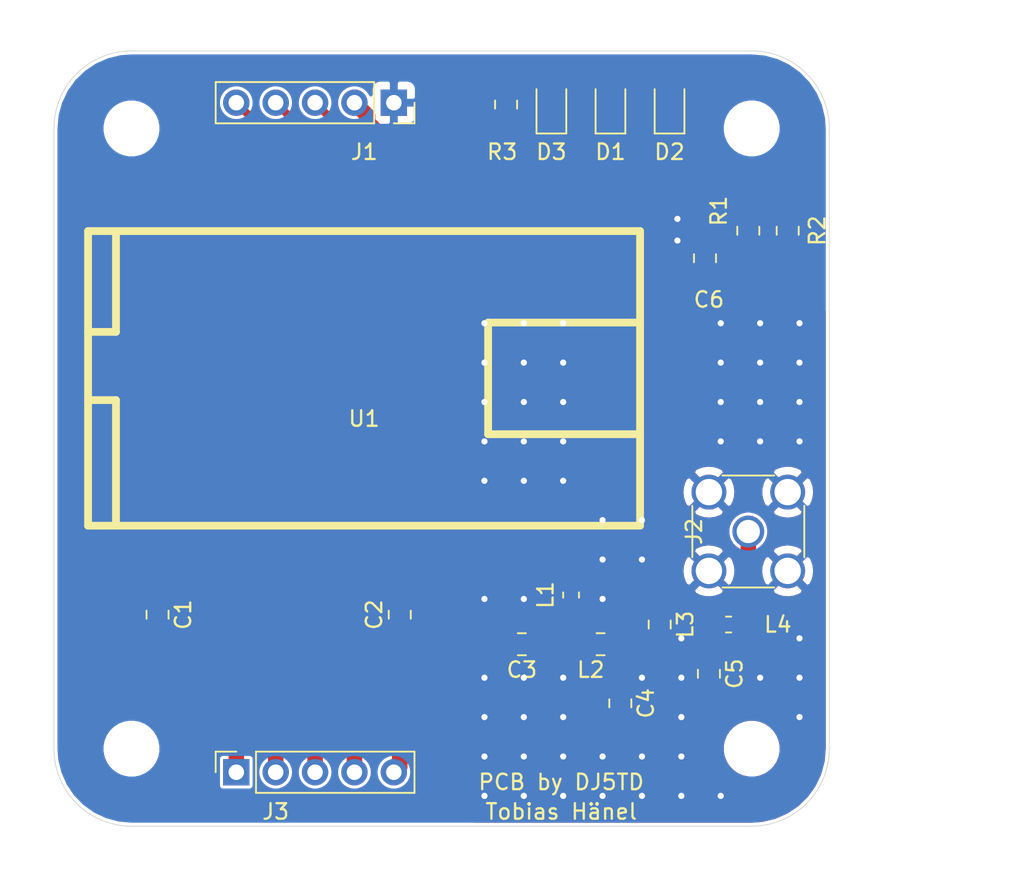
<source format=kicad_pcb>
(kicad_pcb (version 20171130) (host pcbnew 5.1.4-e60b266~84~ubuntu19.04.1)

  (general
    (thickness 1.6)
    (drawings 14)
    (tracks 160)
    (zones 0)
    (modules 24)
    (nets 21)
  )

  (page A4)
  (layers
    (0 F.Cu signal)
    (31 B.Cu signal)
    (32 B.Adhes user)
    (33 F.Adhes user)
    (34 B.Paste user)
    (35 F.Paste user)
    (36 B.SilkS user)
    (37 F.SilkS user)
    (38 B.Mask user)
    (39 F.Mask user hide)
    (40 Dwgs.User user)
    (41 Cmts.User user)
    (42 Eco1.User user)
    (43 Eco2.User user)
    (44 Edge.Cuts user)
    (45 Margin user)
    (46 B.CrtYd user)
    (47 F.CrtYd user)
    (48 B.Fab user)
    (49 F.Fab user hide)
  )

  (setup
    (last_trace_width 1)
    (user_trace_width 0.25)
    (user_trace_width 0.5)
    (user_trace_width 0.75)
    (user_trace_width 1)
    (trace_clearance 0.2)
    (zone_clearance 0.2)
    (zone_45_only no)
    (trace_min 0.2)
    (via_size 0.8)
    (via_drill 0.4)
    (via_min_size 0.4)
    (via_min_drill 0.3)
    (uvia_size 0.3)
    (uvia_drill 0.1)
    (uvias_allowed no)
    (uvia_min_size 0.2)
    (uvia_min_drill 0.1)
    (edge_width 0.05)
    (segment_width 0.2)
    (pcb_text_width 0.3)
    (pcb_text_size 1.5 1.5)
    (mod_edge_width 0.12)
    (mod_text_size 1 1)
    (mod_text_width 0.15)
    (pad_size 1.524 1.524)
    (pad_drill 0.762)
    (pad_to_mask_clearance 0.051)
    (solder_mask_min_width 0.25)
    (aux_axis_origin 0 0)
    (visible_elements FFFFFF7F)
    (pcbplotparams
      (layerselection 0x010f0_ffffffff)
      (usegerberextensions false)
      (usegerberattributes false)
      (usegerberadvancedattributes false)
      (creategerberjobfile false)
      (excludeedgelayer true)
      (linewidth 0.100000)
      (plotframeref false)
      (viasonmask false)
      (mode 1)
      (useauxorigin false)
      (hpglpennumber 1)
      (hpglpenspeed 20)
      (hpglpendiameter 15.000000)
      (psnegative false)
      (psa4output false)
      (plotreference true)
      (plotvalue true)
      (plotinvisibletext false)
      (padsonsilk false)
      (subtractmaskfromsilk false)
      (outputformat 1)
      (mirror false)
      (drillshape 0)
      (scaleselection 1)
      (outputdirectory ""))
  )

  (net 0 "")
  (net 1 "Net-(C1-Pad2)")
  (net 2 "Net-(C1-Pad1)")
  (net 3 "Net-(C2-Pad1)")
  (net 4 "Net-(C2-Pad2)")
  (net 5 "Net-(C3-Pad1)")
  (net 6 GND)
  (net 7 "Net-(C4-Pad1)")
  (net 8 "Net-(C5-Pad1)")
  (net 9 "Net-(J1-Pad4)")
  (net 10 "Net-(J1-Pad3)")
  (net 11 "Net-(J1-Pad5)")
  (net 12 "Net-(J2-Pad1)")
  (net 13 "Net-(L1-Pad2)")
  (net 14 "Net-(D1-Pad1)")
  (net 15 "Net-(D2-Pad1)")
  (net 16 "Net-(D3-Pad1)")
  (net 17 "Net-(J3-Pad4)")
  (net 18 "Net-(J3-Pad2)")
  (net 19 VCC)
  (net 20 "Net-(J3-Pad3)")

  (net_class Default "This is the default net class."
    (clearance 0.2)
    (trace_width 0.25)
    (via_dia 0.8)
    (via_drill 0.4)
    (uvia_dia 0.3)
    (uvia_drill 0.1)
    (add_net GND)
    (add_net "Net-(C1-Pad1)")
    (add_net "Net-(C1-Pad2)")
    (add_net "Net-(C2-Pad1)")
    (add_net "Net-(C2-Pad2)")
    (add_net "Net-(C3-Pad1)")
    (add_net "Net-(C4-Pad1)")
    (add_net "Net-(C5-Pad1)")
    (add_net "Net-(D1-Pad1)")
    (add_net "Net-(D2-Pad1)")
    (add_net "Net-(D3-Pad1)")
    (add_net "Net-(J1-Pad3)")
    (add_net "Net-(J1-Pad4)")
    (add_net "Net-(J1-Pad5)")
    (add_net "Net-(J2-Pad1)")
    (add_net "Net-(J3-Pad2)")
    (add_net "Net-(J3-Pad3)")
    (add_net "Net-(J3-Pad4)")
    (add_net "Net-(L1-Pad2)")
    (add_net VCC)
  )

  (module Inductor_SMD:L_0603_1608Metric_Pad1.05x0.95mm_HandSolder (layer F.Cu) (tedit 5B301BBE) (tstamp 5D5365A0)
    (at 133.35 85.09 90)
    (descr "Capacitor SMD 0603 (1608 Metric), square (rectangular) end terminal, IPC_7351 nominal with elongated pad for handsoldering. (Body size source: http://www.tortai-tech.com/upload/download/2011102023233369053.pdf), generated with kicad-footprint-generator")
    (tags "inductor handsolder")
    (path /5D543F87)
    (attr smd)
    (fp_text reference L1 (at 0 -1.65 90) (layer F.SilkS)
      (effects (font (size 1 1) (thickness 0.15)))
    )
    (fp_text value 62nH (at 0 1.65 90) (layer F.Fab)
      (effects (font (size 1 1) (thickness 0.15)))
    )
    (fp_line (start -0.8 0.4) (end -0.8 -0.4) (layer F.Fab) (width 0.1))
    (fp_line (start -0.8 -0.4) (end 0.8 -0.4) (layer F.Fab) (width 0.1))
    (fp_line (start 0.8 -0.4) (end 0.8 0.4) (layer F.Fab) (width 0.1))
    (fp_line (start 0.8 0.4) (end -0.8 0.4) (layer F.Fab) (width 0.1))
    (fp_line (start -0.171267 -0.51) (end 0.171267 -0.51) (layer F.SilkS) (width 0.12))
    (fp_line (start -0.171267 0.51) (end 0.171267 0.51) (layer F.SilkS) (width 0.12))
    (fp_line (start -1.65 0.73) (end -1.65 -0.73) (layer F.CrtYd) (width 0.05))
    (fp_line (start -1.65 -0.73) (end 1.65 -0.73) (layer F.CrtYd) (width 0.05))
    (fp_line (start 1.65 -0.73) (end 1.65 0.73) (layer F.CrtYd) (width 0.05))
    (fp_line (start 1.65 0.73) (end -1.65 0.73) (layer F.CrtYd) (width 0.05))
    (fp_text user %R (at 0 0 90) (layer F.Fab)
      (effects (font (size 0.5 0.5) (thickness 0.08)))
    )
    (pad 1 smd roundrect (at -0.875 0 90) (size 1.05 0.95) (layers F.Cu F.Paste F.Mask) (roundrect_rratio 0.25)
      (net 5 "Net-(C3-Pad1)"))
    (pad 2 smd roundrect (at 0.875 0 90) (size 1.05 0.95) (layers F.Cu F.Paste F.Mask) (roundrect_rratio 0.25)
      (net 13 "Net-(L1-Pad2)"))
    (model ${KISYS3DMOD}/Inductor_SMD.3dshapes/L_0603_1608Metric.wrl
      (at (xyz 0 0 0))
      (scale (xyz 1 1 1))
      (rotate (xyz 0 0 0))
    )
  )

  (module Inductor_SMD:L_0603_1608Metric_Pad1.05x0.95mm_HandSolder (layer F.Cu) (tedit 5B301BBE) (tstamp 5D5365D3)
    (at 143.51 86.995 180)
    (descr "Capacitor SMD 0603 (1608 Metric), square (rectangular) end terminal, IPC_7351 nominal with elongated pad for handsoldering. (Body size source: http://www.tortai-tech.com/upload/download/2011102023233369053.pdf), generated with kicad-footprint-generator")
    (tags "inductor handsolder")
    (path /5D546417)
    (attr smd)
    (fp_text reference L4 (at -3.175 0) (layer F.SilkS)
      (effects (font (size 1 1) (thickness 0.15)))
    )
    (fp_text value 62nH (at 0 1.65) (layer F.Fab)
      (effects (font (size 1 1) (thickness 0.15)))
    )
    (fp_text user %R (at 0 0) (layer F.Fab)
      (effects (font (size 0.5 0.5) (thickness 0.08)))
    )
    (fp_line (start 1.65 0.73) (end -1.65 0.73) (layer F.CrtYd) (width 0.05))
    (fp_line (start 1.65 -0.73) (end 1.65 0.73) (layer F.CrtYd) (width 0.05))
    (fp_line (start -1.65 -0.73) (end 1.65 -0.73) (layer F.CrtYd) (width 0.05))
    (fp_line (start -1.65 0.73) (end -1.65 -0.73) (layer F.CrtYd) (width 0.05))
    (fp_line (start -0.171267 0.51) (end 0.171267 0.51) (layer F.SilkS) (width 0.12))
    (fp_line (start -0.171267 -0.51) (end 0.171267 -0.51) (layer F.SilkS) (width 0.12))
    (fp_line (start 0.8 0.4) (end -0.8 0.4) (layer F.Fab) (width 0.1))
    (fp_line (start 0.8 -0.4) (end 0.8 0.4) (layer F.Fab) (width 0.1))
    (fp_line (start -0.8 -0.4) (end 0.8 -0.4) (layer F.Fab) (width 0.1))
    (fp_line (start -0.8 0.4) (end -0.8 -0.4) (layer F.Fab) (width 0.1))
    (pad 2 smd roundrect (at 0.875 0 180) (size 1.05 0.95) (layers F.Cu F.Paste F.Mask) (roundrect_rratio 0.25)
      (net 8 "Net-(C5-Pad1)"))
    (pad 1 smd roundrect (at -0.875 0 180) (size 1.05 0.95) (layers F.Cu F.Paste F.Mask) (roundrect_rratio 0.25)
      (net 12 "Net-(J2-Pad1)"))
    (model ${KISYS3DMOD}/Inductor_SMD.3dshapes/L_0603_1608Metric.wrl
      (at (xyz 0 0 0))
      (scale (xyz 1 1 1))
      (rotate (xyz 0 0 0))
    )
  )

  (module Capacitor_SMD:C_0805_2012Metric_Pad1.15x1.40mm_HandSolder (layer F.Cu) (tedit 5B36C52B) (tstamp 5D536442)
    (at 106.68 86.36 270)
    (descr "Capacitor SMD 0805 (2012 Metric), square (rectangular) end terminal, IPC_7351 nominal with elongated pad for handsoldering. (Body size source: https://docs.google.com/spreadsheets/d/1BsfQQcO9C6DZCsRaXUlFlo91Tg2WpOkGARC1WS5S8t0/edit?usp=sharing), generated with kicad-footprint-generator")
    (tags "capacitor handsolder")
    (path /5D55A468)
    (attr smd)
    (fp_text reference C1 (at 0 -1.65 90) (layer F.SilkS)
      (effects (font (size 1 1) (thickness 0.15)))
    )
    (fp_text value 100nF (at 0 1.65 90) (layer F.Fab)
      (effects (font (size 1 1) (thickness 0.15)))
    )
    (fp_line (start -1 0.6) (end -1 -0.6) (layer F.Fab) (width 0.1))
    (fp_line (start -1 -0.6) (end 1 -0.6) (layer F.Fab) (width 0.1))
    (fp_line (start 1 -0.6) (end 1 0.6) (layer F.Fab) (width 0.1))
    (fp_line (start 1 0.6) (end -1 0.6) (layer F.Fab) (width 0.1))
    (fp_line (start -0.261252 -0.71) (end 0.261252 -0.71) (layer F.SilkS) (width 0.12))
    (fp_line (start -0.261252 0.71) (end 0.261252 0.71) (layer F.SilkS) (width 0.12))
    (fp_line (start -1.85 0.95) (end -1.85 -0.95) (layer F.CrtYd) (width 0.05))
    (fp_line (start -1.85 -0.95) (end 1.85 -0.95) (layer F.CrtYd) (width 0.05))
    (fp_line (start 1.85 -0.95) (end 1.85 0.95) (layer F.CrtYd) (width 0.05))
    (fp_line (start 1.85 0.95) (end -1.85 0.95) (layer F.CrtYd) (width 0.05))
    (fp_text user %R (at 0 0 90) (layer F.Fab)
      (effects (font (size 0.5 0.5) (thickness 0.08)))
    )
    (pad 1 smd roundrect (at -1.025 0 270) (size 1.15 1.4) (layers F.Cu F.Paste F.Mask) (roundrect_rratio 0.217391)
      (net 2 "Net-(C1-Pad1)"))
    (pad 2 smd roundrect (at 1.025 0 270) (size 1.15 1.4) (layers F.Cu F.Paste F.Mask) (roundrect_rratio 0.217391)
      (net 1 "Net-(C1-Pad2)"))
    (model ${KISYS3DMOD}/Capacitor_SMD.3dshapes/C_0805_2012Metric.wrl
      (at (xyz 0 0 0))
      (scale (xyz 1 1 1))
      (rotate (xyz 0 0 0))
    )
  )

  (module Connector_Coaxial:SMA_Amphenol_132291_Vertical (layer F.Cu) (tedit 5B433F1D) (tstamp 5D536544)
    (at 144.78 80.995)
    (descr https://www.amphenolrf.com/downloads/dl/file/id/3222/product/2918/132291_customer_drawing.pdf)
    (tags "SMA THT Female Jack Vertical Bulkhead")
    (path /5D552CD4)
    (fp_text reference J2 (at -3.5 0 90) (layer F.SilkS)
      (effects (font (size 1 1) (thickness 0.15)))
    )
    (fp_text value Conn_Coaxial (at 5 5.9) (layer F.Fab)
      (effects (font (size 1 1) (thickness 0.15)))
    )
    (fp_text user %R (at 4.79 0 270) (layer F.Fab)
      (effects (font (size 1 1) (thickness 0.15)))
    )
    (fp_line (start -1.66 -3.61) (end 1.66 -3.61) (layer F.SilkS) (width 0.12))
    (fp_line (start -1.66 3.61) (end 1.66 3.61) (layer F.SilkS) (width 0.12))
    (fp_line (start 3.61 -1.66) (end 3.61 1.66) (layer F.SilkS) (width 0.12))
    (fp_line (start -3.61 -1.66) (end -3.61 1.66) (layer F.SilkS) (width 0.12))
    (fp_line (start 3.5 -3.5) (end 3.5 3.5) (layer F.Fab) (width 0.1))
    (fp_line (start -3.5 3.5) (end 3.5 3.5) (layer F.Fab) (width 0.1))
    (fp_line (start -3.5 -3.5) (end -3.5 3.5) (layer F.Fab) (width 0.1))
    (fp_line (start -3.5 -3.5) (end 3.5 -3.5) (layer F.Fab) (width 0.1))
    (fp_line (start -4.17 -4.17) (end 4.17 -4.17) (layer F.CrtYd) (width 0.05))
    (fp_line (start -4.17 -4.17) (end -4.17 4.17) (layer F.CrtYd) (width 0.05))
    (fp_line (start 4.17 4.17) (end 4.17 -4.17) (layer F.CrtYd) (width 0.05))
    (fp_line (start 4.17 4.17) (end -4.17 4.17) (layer F.CrtYd) (width 0.05))
    (fp_circle (center 0 0) (end 3.175 0) (layer F.Fab) (width 0.1))
    (fp_text user "PCB Edge" (at 2.6 0 90) (layer Dwgs.User)
      (effects (font (size 0.5 0.5) (thickness 0.1)))
    )
    (pad 2 thru_hole circle (at -2.54 2.54) (size 2.25 2.25) (drill 1.7) (layers *.Cu *.Mask)
      (net 6 GND))
    (pad 2 thru_hole circle (at -2.54 -2.54) (size 2.25 2.25) (drill 1.7) (layers *.Cu *.Mask)
      (net 6 GND))
    (pad 2 thru_hole circle (at 2.54 -2.54) (size 2.25 2.25) (drill 1.7) (layers *.Cu *.Mask)
      (net 6 GND))
    (pad 2 thru_hole circle (at 2.54 2.54) (size 2.25 2.25) (drill 1.7) (layers *.Cu *.Mask)
      (net 6 GND))
    (pad 1 thru_hole circle (at 0 0) (size 2.05 2.05) (drill 1.5) (layers *.Cu *.Mask)
      (net 12 "Net-(J2-Pad1)"))
    (model ${KISYS3DMOD}/Connector_Coaxial.3dshapes/SMA_Amphenol_132291_Vertical.wrl
      (at (xyz 0 0 0))
      (scale (xyz 1 1 1))
      (rotate (xyz 0 0 0))
    )
  )

  (module Connector_PinSocket_2.54mm:PinSocket_1x05_P2.54mm_Vertical (layer F.Cu) (tedit 5A19A420) (tstamp 5D53651B)
    (at 121.92 53.34 270)
    (descr "Through hole straight socket strip, 1x05, 2.54mm pitch, single row (from Kicad 4.0.7), script generated")
    (tags "Through hole socket strip THT 1x05 2.54mm single row")
    (path /5D58341F)
    (fp_text reference J1 (at 3.175 1.905 180) (layer F.SilkS)
      (effects (font (size 1 1) (thickness 0.15)))
    )
    (fp_text value Conn_01x05_Male (at -4.38 12.93 90) (layer F.Fab)
      (effects (font (size 1 1) (thickness 0.15)))
    )
    (fp_text user %R (at -5.775 5.08) (layer F.Fab)
      (effects (font (size 1 1) (thickness 0.15)))
    )
    (fp_line (start -1.8 11.9) (end -1.8 -1.8) (layer F.CrtYd) (width 0.05))
    (fp_line (start 1.75 11.9) (end -1.8 11.9) (layer F.CrtYd) (width 0.05))
    (fp_line (start 1.75 -1.8) (end 1.75 11.9) (layer F.CrtYd) (width 0.05))
    (fp_line (start -1.8 -1.8) (end 1.75 -1.8) (layer F.CrtYd) (width 0.05))
    (fp_line (start 0 -1.33) (end 1.33 -1.33) (layer F.SilkS) (width 0.12))
    (fp_line (start 1.33 -1.33) (end 1.33 0) (layer F.SilkS) (width 0.12))
    (fp_line (start 1.33 1.27) (end 1.33 11.49) (layer F.SilkS) (width 0.12))
    (fp_line (start -1.33 11.49) (end 1.33 11.49) (layer F.SilkS) (width 0.12))
    (fp_line (start -1.33 1.27) (end -1.33 11.49) (layer F.SilkS) (width 0.12))
    (fp_line (start -1.33 1.27) (end 1.33 1.27) (layer F.SilkS) (width 0.12))
    (fp_line (start -1.27 11.43) (end -1.27 -1.27) (layer F.Fab) (width 0.1))
    (fp_line (start 1.27 11.43) (end -1.27 11.43) (layer F.Fab) (width 0.1))
    (fp_line (start 1.27 -0.635) (end 1.27 11.43) (layer F.Fab) (width 0.1))
    (fp_line (start 0.635 -1.27) (end 1.27 -0.635) (layer F.Fab) (width 0.1))
    (fp_line (start -1.27 -1.27) (end 0.635 -1.27) (layer F.Fab) (width 0.1))
    (pad 5 thru_hole oval (at 0 10.16 270) (size 1.7 1.7) (drill 1) (layers *.Cu *.Mask)
      (net 11 "Net-(J1-Pad5)"))
    (pad 4 thru_hole oval (at 0 7.62 270) (size 1.7 1.7) (drill 1) (layers *.Cu *.Mask)
      (net 9 "Net-(J1-Pad4)"))
    (pad 3 thru_hole oval (at 0 5.08 270) (size 1.7 1.7) (drill 1) (layers *.Cu *.Mask)
      (net 10 "Net-(J1-Pad3)"))
    (pad 2 thru_hole oval (at 0 2.54 270) (size 1.7 1.7) (drill 1) (layers *.Cu *.Mask)
      (net 19 VCC))
    (pad 1 thru_hole rect (at 0 0 270) (size 1.7 1.7) (drill 1) (layers *.Cu *.Mask)
      (net 6 GND))
    (model ${KISYS3DMOD}/Connector_PinSocket_2.54mm.3dshapes/PinSocket_1x05_P2.54mm_Vertical.wrl
      (at (xyz 0 0 0))
      (scale (xyz 1 1 1))
      (rotate (xyz 0 0 0))
    )
  )

  (module Connector_PinSocket_2.54mm:PinSocket_1x05_P2.54mm_Vertical (layer F.Cu) (tedit 5A19A420) (tstamp 5D53658F)
    (at 111.76 96.52 90)
    (descr "Through hole straight socket strip, 1x05, 2.54mm pitch, single row (from Kicad 4.0.7), script generated")
    (tags "Through hole socket strip THT 1x05 2.54mm single row")
    (path /5D5848A8)
    (fp_text reference J3 (at -2.54 2.54 180) (layer F.SilkS)
      (effects (font (size 1 1) (thickness 0.15)))
    )
    (fp_text value Conn_01x05_Male (at -4.38 12.93 90) (layer F.Fab)
      (effects (font (size 1 1) (thickness 0.15)))
    )
    (fp_text user %R (at -5.775 5.08) (layer F.Fab)
      (effects (font (size 1 1) (thickness 0.15)))
    )
    (fp_line (start -1.8 11.9) (end -1.8 -1.8) (layer F.CrtYd) (width 0.05))
    (fp_line (start 1.75 11.9) (end -1.8 11.9) (layer F.CrtYd) (width 0.05))
    (fp_line (start 1.75 -1.8) (end 1.75 11.9) (layer F.CrtYd) (width 0.05))
    (fp_line (start -1.8 -1.8) (end 1.75 -1.8) (layer F.CrtYd) (width 0.05))
    (fp_line (start 0 -1.33) (end 1.33 -1.33) (layer F.SilkS) (width 0.12))
    (fp_line (start 1.33 -1.33) (end 1.33 0) (layer F.SilkS) (width 0.12))
    (fp_line (start 1.33 1.27) (end 1.33 11.49) (layer F.SilkS) (width 0.12))
    (fp_line (start -1.33 11.49) (end 1.33 11.49) (layer F.SilkS) (width 0.12))
    (fp_line (start -1.33 1.27) (end -1.33 11.49) (layer F.SilkS) (width 0.12))
    (fp_line (start -1.33 1.27) (end 1.33 1.27) (layer F.SilkS) (width 0.12))
    (fp_line (start -1.27 11.43) (end -1.27 -1.27) (layer F.Fab) (width 0.1))
    (fp_line (start 1.27 11.43) (end -1.27 11.43) (layer F.Fab) (width 0.1))
    (fp_line (start 1.27 -0.635) (end 1.27 11.43) (layer F.Fab) (width 0.1))
    (fp_line (start 0.635 -1.27) (end 1.27 -0.635) (layer F.Fab) (width 0.1))
    (fp_line (start -1.27 -1.27) (end 0.635 -1.27) (layer F.Fab) (width 0.1))
    (pad 5 thru_hole oval (at 0 10.16 90) (size 1.7 1.7) (drill 1) (layers *.Cu *.Mask)
      (net 3 "Net-(C2-Pad1)"))
    (pad 4 thru_hole oval (at 0 7.62 90) (size 1.7 1.7) (drill 1) (layers *.Cu *.Mask)
      (net 17 "Net-(J3-Pad4)"))
    (pad 3 thru_hole oval (at 0 5.08 90) (size 1.7 1.7) (drill 1) (layers *.Cu *.Mask)
      (net 20 "Net-(J3-Pad3)"))
    (pad 2 thru_hole oval (at 0 2.54 90) (size 1.7 1.7) (drill 1) (layers *.Cu *.Mask)
      (net 18 "Net-(J3-Pad2)"))
    (pad 1 thru_hole rect (at 0 0 90) (size 1.7 1.7) (drill 1) (layers *.Cu *.Mask)
      (net 1 "Net-(C1-Pad2)"))
    (model ${KISYS3DMOD}/Connector_PinSocket_2.54mm.3dshapes/PinSocket_1x05_P2.54mm_Vertical.wrl
      (at (xyz 0 0 0))
      (scale (xyz 1 1 1))
      (rotate (xyz 0 0 0))
    )
  )

  (module MountingHole:MountingHole_3.2mm_M3_DIN965 (layer F.Cu) (tedit 56D1B4CB) (tstamp 5D54221D)
    (at 145 95)
    (descr "Mounting Hole 3.2mm, no annular, M3, DIN965")
    (tags "mounting hole 3.2mm no annular m3 din965")
    (attr virtual)
    (fp_text reference REF** (at 0 -3.8) (layer F.SilkS) hide
      (effects (font (size 1 1) (thickness 0.15)))
    )
    (fp_text value MountingHole_3.2mm_M3_DIN965 (at 0 3.8) (layer F.Fab)
      (effects (font (size 1 1) (thickness 0.15)))
    )
    (fp_circle (center 0 0) (end 3.05 0) (layer F.CrtYd) (width 0.05))
    (fp_circle (center 0 0) (end 2.8 0) (layer Cmts.User) (width 0.15))
    (fp_text user %R (at 0.3 0) (layer F.Fab)
      (effects (font (size 1 1) (thickness 0.15)))
    )
    (pad 1 np_thru_hole circle (at 0 0) (size 3.2 3.2) (drill 3.2) (layers *.Cu *.Mask))
  )

  (module MountingHole:MountingHole_3.2mm_M3_DIN965 (layer F.Cu) (tedit 56D1B4CB) (tstamp 5D542207)
    (at 145 55)
    (descr "Mounting Hole 3.2mm, no annular, M3, DIN965")
    (tags "mounting hole 3.2mm no annular m3 din965")
    (attr virtual)
    (fp_text reference REF** (at 0 -3.8) (layer F.SilkS) hide
      (effects (font (size 1 1) (thickness 0.15)))
    )
    (fp_text value MountingHole_3.2mm_M3_DIN965 (at 0 3.8) (layer F.Fab)
      (effects (font (size 1 1) (thickness 0.15)))
    )
    (fp_circle (center 0 0) (end 3.05 0) (layer F.CrtYd) (width 0.05))
    (fp_circle (center 0 0) (end 2.8 0) (layer Cmts.User) (width 0.15))
    (fp_text user %R (at 0.3 0) (layer F.Fab)
      (effects (font (size 1 1) (thickness 0.15)))
    )
    (pad 1 np_thru_hole circle (at 0 0) (size 3.2 3.2) (drill 3.2) (layers *.Cu *.Mask))
  )

  (module MountingHole:MountingHole_3.2mm_M3_DIN965 (layer F.Cu) (tedit 56D1B4CB) (tstamp 5D5421F1)
    (at 105 95)
    (descr "Mounting Hole 3.2mm, no annular, M3, DIN965")
    (tags "mounting hole 3.2mm no annular m3 din965")
    (attr virtual)
    (fp_text reference REF** (at 0 -3.8) (layer F.SilkS) hide
      (effects (font (size 1 1) (thickness 0.15)))
    )
    (fp_text value MountingHole_3.2mm_M3_DIN965 (at 0 3.8) (layer F.Fab)
      (effects (font (size 1 1) (thickness 0.15)))
    )
    (fp_circle (center 0 0) (end 3.05 0) (layer F.CrtYd) (width 0.05))
    (fp_circle (center 0 0) (end 2.8 0) (layer Cmts.User) (width 0.15))
    (fp_text user %R (at 0.3 0) (layer F.Fab)
      (effects (font (size 1 1) (thickness 0.15)))
    )
    (pad 1 np_thru_hole circle (at 0 0) (size 3.2 3.2) (drill 3.2) (layers *.Cu *.Mask))
  )

  (module MountingHole:MountingHole_3.2mm_M3_DIN965 (layer F.Cu) (tedit 56D1B4CB) (tstamp 5D5421DB)
    (at 105 55)
    (descr "Mounting Hole 3.2mm, no annular, M3, DIN965")
    (tags "mounting hole 3.2mm no annular m3 din965")
    (attr virtual)
    (fp_text reference REF** (at 0 -3.8) (layer F.SilkS) hide
      (effects (font (size 1 1) (thickness 0.15)))
    )
    (fp_text value MountingHole_3.2mm_M3_DIN965 (at 0 3.8) (layer F.Fab)
      (effects (font (size 1 1) (thickness 0.15)))
    )
    (fp_circle (center 0 0) (end 3.05 0) (layer F.CrtYd) (width 0.05))
    (fp_circle (center 0 0) (end 2.8 0) (layer Cmts.User) (width 0.15))
    (fp_text user %R (at 0.3 0) (layer F.Fab)
      (effects (font (size 1 1) (thickness 0.15)))
    )
    (pad 1 np_thru_hole circle (at 0 0) (size 3.2 3.2) (drill 3.2) (layers *.Cu *.Mask))
  )

  (module Resistor_SMD:R_0805_2012Metric_Pad1.15x1.40mm_HandSolder (layer F.Cu) (tedit 5B36C52B) (tstamp 5D5365E2)
    (at 144.78 61.595 90)
    (descr "Resistor SMD 0805 (2012 Metric), square (rectangular) end terminal, IPC_7351 nominal with elongated pad for handsoldering. (Body size source: https://docs.google.com/spreadsheets/d/1BsfQQcO9C6DZCsRaXUlFlo91Tg2WpOkGARC1WS5S8t0/edit?usp=sharing), generated with kicad-footprint-generator")
    (tags "resistor handsolder")
    (path /5D5BBC84)
    (attr smd)
    (fp_text reference R1 (at 1.27 -1.905 90) (layer F.SilkS)
      (effects (font (size 1 1) (thickness 0.15)))
    )
    (fp_text value 1KR (at 0 2.95 90) (layer F.Fab)
      (effects (font (size 1 1) (thickness 0.15)))
    )
    (fp_text user %R (at 0 0 90) (layer F.Fab)
      (effects (font (size 0.54 0.54) (thickness 0.08)))
    )
    (fp_line (start 1.85 0.95) (end -1.85 0.95) (layer F.CrtYd) (width 0.05))
    (fp_line (start 1.85 -0.95) (end 1.85 0.95) (layer F.CrtYd) (width 0.05))
    (fp_line (start -1.85 -0.95) (end 1.85 -0.95) (layer F.CrtYd) (width 0.05))
    (fp_line (start -1.85 0.95) (end -1.85 -0.95) (layer F.CrtYd) (width 0.05))
    (fp_line (start -0.261252 0.71) (end 0.261252 0.71) (layer F.SilkS) (width 0.12))
    (fp_line (start -0.261252 -0.71) (end 0.261252 -0.71) (layer F.SilkS) (width 0.12))
    (fp_line (start 1 0.6) (end -1 0.6) (layer F.Fab) (width 0.1))
    (fp_line (start 1 -0.6) (end 1 0.6) (layer F.Fab) (width 0.1))
    (fp_line (start -1 -0.6) (end 1 -0.6) (layer F.Fab) (width 0.1))
    (fp_line (start -1 0.6) (end -1 -0.6) (layer F.Fab) (width 0.1))
    (pad 2 smd roundrect (at 1.025 0 90) (size 1.15 1.4) (layers F.Cu F.Paste F.Mask) (roundrect_rratio 0.217391)
      (net 14 "Net-(D1-Pad1)"))
    (pad 1 smd roundrect (at -1.025 0 90) (size 1.15 1.4) (layers F.Cu F.Paste F.Mask) (roundrect_rratio 0.217391)
      (net 6 GND))
    (model ${KISYS3DMOD}/Resistor_SMD.3dshapes/R_0805_2012Metric.wrl
      (at (xyz 0 0 0))
      (scale (xyz 1 1 1))
      (rotate (xyz 0 0 0))
    )
  )

  (module Resistor_SMD:R_0805_2012Metric_Pad1.15x1.40mm_HandSolder (layer F.Cu) (tedit 5B36C52B) (tstamp 5D536600)
    (at 129.159 53.458 270)
    (descr "Resistor SMD 0805 (2012 Metric), square (rectangular) end terminal, IPC_7351 nominal with elongated pad for handsoldering. (Body size source: https://docs.google.com/spreadsheets/d/1BsfQQcO9C6DZCsRaXUlFlo91Tg2WpOkGARC1WS5S8t0/edit?usp=sharing), generated with kicad-footprint-generator")
    (tags "resistor handsolder")
    (path /5D5BDCAF)
    (attr smd)
    (fp_text reference R3 (at 3.057 0.254 180) (layer F.SilkS)
      (effects (font (size 1 1) (thickness 0.15)))
    )
    (fp_text value 1KR (at 0 2.95 90) (layer F.Fab)
      (effects (font (size 1 1) (thickness 0.15)))
    )
    (fp_text user %R (at 0 0 90) (layer F.Fab)
      (effects (font (size 0.54 0.54) (thickness 0.08)))
    )
    (fp_line (start 1.85 0.95) (end -1.85 0.95) (layer F.CrtYd) (width 0.05))
    (fp_line (start 1.85 -0.95) (end 1.85 0.95) (layer F.CrtYd) (width 0.05))
    (fp_line (start -1.85 -0.95) (end 1.85 -0.95) (layer F.CrtYd) (width 0.05))
    (fp_line (start -1.85 0.95) (end -1.85 -0.95) (layer F.CrtYd) (width 0.05))
    (fp_line (start -0.261252 0.71) (end 0.261252 0.71) (layer F.SilkS) (width 0.12))
    (fp_line (start -0.261252 -0.71) (end 0.261252 -0.71) (layer F.SilkS) (width 0.12))
    (fp_line (start 1 0.6) (end -1 0.6) (layer F.Fab) (width 0.1))
    (fp_line (start 1 -0.6) (end 1 0.6) (layer F.Fab) (width 0.1))
    (fp_line (start -1 -0.6) (end 1 -0.6) (layer F.Fab) (width 0.1))
    (fp_line (start -1 0.6) (end -1 -0.6) (layer F.Fab) (width 0.1))
    (pad 2 smd roundrect (at 1.025 0 270) (size 1.15 1.4) (layers F.Cu F.Paste F.Mask) (roundrect_rratio 0.217391)
      (net 16 "Net-(D3-Pad1)"))
    (pad 1 smd roundrect (at -1.025 0 270) (size 1.15 1.4) (layers F.Cu F.Paste F.Mask) (roundrect_rratio 0.217391)
      (net 17 "Net-(J3-Pad4)"))
    (model ${KISYS3DMOD}/Resistor_SMD.3dshapes/R_0805_2012Metric.wrl
      (at (xyz 0 0 0))
      (scale (xyz 1 1 1))
      (rotate (xyz 0 0 0))
    )
  )

  (module Resistor_SMD:R_0805_2012Metric_Pad1.15x1.40mm_HandSolder (layer F.Cu) (tedit 5B36C52B) (tstamp 5D5365F1)
    (at 147.32 61.595 90)
    (descr "Resistor SMD 0805 (2012 Metric), square (rectangular) end terminal, IPC_7351 nominal with elongated pad for handsoldering. (Body size source: https://docs.google.com/spreadsheets/d/1BsfQQcO9C6DZCsRaXUlFlo91Tg2WpOkGARC1WS5S8t0/edit?usp=sharing), generated with kicad-footprint-generator")
    (tags "resistor handsolder")
    (path /5D5BCC51)
    (attr smd)
    (fp_text reference R2 (at 0 1.905 90) (layer F.SilkS)
      (effects (font (size 1 1) (thickness 0.15)))
    )
    (fp_text value 1KR (at 0 2.95 90) (layer F.Fab)
      (effects (font (size 1 1) (thickness 0.15)))
    )
    (fp_text user %R (at 0 0 90) (layer F.Fab)
      (effects (font (size 0.54 0.54) (thickness 0.08)))
    )
    (fp_line (start 1.85 0.95) (end -1.85 0.95) (layer F.CrtYd) (width 0.05))
    (fp_line (start 1.85 -0.95) (end 1.85 0.95) (layer F.CrtYd) (width 0.05))
    (fp_line (start -1.85 -0.95) (end 1.85 -0.95) (layer F.CrtYd) (width 0.05))
    (fp_line (start -1.85 0.95) (end -1.85 -0.95) (layer F.CrtYd) (width 0.05))
    (fp_line (start -0.261252 0.71) (end 0.261252 0.71) (layer F.SilkS) (width 0.12))
    (fp_line (start -0.261252 -0.71) (end 0.261252 -0.71) (layer F.SilkS) (width 0.12))
    (fp_line (start 1 0.6) (end -1 0.6) (layer F.Fab) (width 0.1))
    (fp_line (start 1 -0.6) (end 1 0.6) (layer F.Fab) (width 0.1))
    (fp_line (start -1 -0.6) (end 1 -0.6) (layer F.Fab) (width 0.1))
    (fp_line (start -1 0.6) (end -1 -0.6) (layer F.Fab) (width 0.1))
    (pad 2 smd roundrect (at 1.025 0 90) (size 1.15 1.4) (layers F.Cu F.Paste F.Mask) (roundrect_rratio 0.217391)
      (net 15 "Net-(D2-Pad1)"))
    (pad 1 smd roundrect (at -1.025 0 90) (size 1.15 1.4) (layers F.Cu F.Paste F.Mask) (roundrect_rratio 0.217391)
      (net 11 "Net-(J1-Pad5)"))
    (model ${KISYS3DMOD}/Resistor_SMD.3dshapes/R_0805_2012Metric.wrl
      (at (xyz 0 0 0))
      (scale (xyz 1 1 1))
      (rotate (xyz 0 0 0))
    )
  )

  (module Capacitor_SMD:C_0805_2012Metric_Pad1.15x1.40mm_HandSolder (layer F.Cu) (tedit 5B36C52B) (tstamp 5D536453)
    (at 122.301 86.36 90)
    (descr "Capacitor SMD 0805 (2012 Metric), square (rectangular) end terminal, IPC_7351 nominal with elongated pad for handsoldering. (Body size source: https://docs.google.com/spreadsheets/d/1BsfQQcO9C6DZCsRaXUlFlo91Tg2WpOkGARC1WS5S8t0/edit?usp=sharing), generated with kicad-footprint-generator")
    (tags "capacitor handsolder")
    (path /5D55B6C8)
    (attr smd)
    (fp_text reference C2 (at 0 -1.65 90) (layer F.SilkS)
      (effects (font (size 1 1) (thickness 0.15)))
    )
    (fp_text value 100nF (at 0 1.65 90) (layer F.Fab)
      (effects (font (size 1 1) (thickness 0.15)))
    )
    (fp_text user %R (at 0 0 90) (layer F.Fab)
      (effects (font (size 0.5 0.5) (thickness 0.08)))
    )
    (fp_line (start 1.85 0.95) (end -1.85 0.95) (layer F.CrtYd) (width 0.05))
    (fp_line (start 1.85 -0.95) (end 1.85 0.95) (layer F.CrtYd) (width 0.05))
    (fp_line (start -1.85 -0.95) (end 1.85 -0.95) (layer F.CrtYd) (width 0.05))
    (fp_line (start -1.85 0.95) (end -1.85 -0.95) (layer F.CrtYd) (width 0.05))
    (fp_line (start -0.261252 0.71) (end 0.261252 0.71) (layer F.SilkS) (width 0.12))
    (fp_line (start -0.261252 -0.71) (end 0.261252 -0.71) (layer F.SilkS) (width 0.12))
    (fp_line (start 1 0.6) (end -1 0.6) (layer F.Fab) (width 0.1))
    (fp_line (start 1 -0.6) (end 1 0.6) (layer F.Fab) (width 0.1))
    (fp_line (start -1 -0.6) (end 1 -0.6) (layer F.Fab) (width 0.1))
    (fp_line (start -1 0.6) (end -1 -0.6) (layer F.Fab) (width 0.1))
    (pad 2 smd roundrect (at 1.025 0 90) (size 1.15 1.4) (layers F.Cu F.Paste F.Mask) (roundrect_rratio 0.217391)
      (net 4 "Net-(C2-Pad2)"))
    (pad 1 smd roundrect (at -1.025 0 90) (size 1.15 1.4) (layers F.Cu F.Paste F.Mask) (roundrect_rratio 0.217391)
      (net 3 "Net-(C2-Pad1)"))
    (model ${KISYS3DMOD}/Capacitor_SMD.3dshapes/C_0805_2012Metric.wrl
      (at (xyz 0 0 0))
      (scale (xyz 1 1 1))
      (rotate (xyz 0 0 0))
    )
  )

  (module Capacitor_SMD:C_0805_2012Metric_Pad1.15x1.40mm_HandSolder (layer F.Cu) (tedit 5B36C52B) (tstamp 5D536464)
    (at 130.175 88.265 180)
    (descr "Capacitor SMD 0805 (2012 Metric), square (rectangular) end terminal, IPC_7351 nominal with elongated pad for handsoldering. (Body size source: https://docs.google.com/spreadsheets/d/1BsfQQcO9C6DZCsRaXUlFlo91Tg2WpOkGARC1WS5S8t0/edit?usp=sharing), generated with kicad-footprint-generator")
    (tags "capacitor handsolder")
    (path /5D5468E4)
    (attr smd)
    (fp_text reference C3 (at 0 -1.65) (layer F.SilkS)
      (effects (font (size 1 1) (thickness 0.15)))
    )
    (fp_text value 27pF (at 0 1.65) (layer F.Fab)
      (effects (font (size 1 1) (thickness 0.15)))
    )
    (fp_text user %R (at 0 0) (layer F.Fab)
      (effects (font (size 0.5 0.5) (thickness 0.08)))
    )
    (fp_line (start 1.85 0.95) (end -1.85 0.95) (layer F.CrtYd) (width 0.05))
    (fp_line (start 1.85 -0.95) (end 1.85 0.95) (layer F.CrtYd) (width 0.05))
    (fp_line (start -1.85 -0.95) (end 1.85 -0.95) (layer F.CrtYd) (width 0.05))
    (fp_line (start -1.85 0.95) (end -1.85 -0.95) (layer F.CrtYd) (width 0.05))
    (fp_line (start -0.261252 0.71) (end 0.261252 0.71) (layer F.SilkS) (width 0.12))
    (fp_line (start -0.261252 -0.71) (end 0.261252 -0.71) (layer F.SilkS) (width 0.12))
    (fp_line (start 1 0.6) (end -1 0.6) (layer F.Fab) (width 0.1))
    (fp_line (start 1 -0.6) (end 1 0.6) (layer F.Fab) (width 0.1))
    (fp_line (start -1 -0.6) (end 1 -0.6) (layer F.Fab) (width 0.1))
    (fp_line (start -1 0.6) (end -1 -0.6) (layer F.Fab) (width 0.1))
    (pad 2 smd roundrect (at 1.025 0 180) (size 1.15 1.4) (layers F.Cu F.Paste F.Mask) (roundrect_rratio 0.217391)
      (net 6 GND))
    (pad 1 smd roundrect (at -1.025 0 180) (size 1.15 1.4) (layers F.Cu F.Paste F.Mask) (roundrect_rratio 0.217391)
      (net 5 "Net-(C3-Pad1)"))
    (model ${KISYS3DMOD}/Capacitor_SMD.3dshapes/C_0805_2012Metric.wrl
      (at (xyz 0 0 0))
      (scale (xyz 1 1 1))
      (rotate (xyz 0 0 0))
    )
  )

  (module Capacitor_SMD:C_0805_2012Metric_Pad1.15x1.40mm_HandSolder (layer F.Cu) (tedit 5B36C52B) (tstamp 5D536475)
    (at 136.525 92.075 270)
    (descr "Capacitor SMD 0805 (2012 Metric), square (rectangular) end terminal, IPC_7351 nominal with elongated pad for handsoldering. (Body size source: https://docs.google.com/spreadsheets/d/1BsfQQcO9C6DZCsRaXUlFlo91Tg2WpOkGARC1WS5S8t0/edit?usp=sharing), generated with kicad-footprint-generator")
    (tags "capacitor handsolder")
    (path /5D5474C8)
    (attr smd)
    (fp_text reference C4 (at 0 -1.65 90) (layer F.SilkS)
      (effects (font (size 1 1) (thickness 0.15)))
    )
    (fp_text value 33pF (at 0 1.65 90) (layer F.Fab)
      (effects (font (size 1 1) (thickness 0.15)))
    )
    (fp_line (start -1 0.6) (end -1 -0.6) (layer F.Fab) (width 0.1))
    (fp_line (start -1 -0.6) (end 1 -0.6) (layer F.Fab) (width 0.1))
    (fp_line (start 1 -0.6) (end 1 0.6) (layer F.Fab) (width 0.1))
    (fp_line (start 1 0.6) (end -1 0.6) (layer F.Fab) (width 0.1))
    (fp_line (start -0.261252 -0.71) (end 0.261252 -0.71) (layer F.SilkS) (width 0.12))
    (fp_line (start -0.261252 0.71) (end 0.261252 0.71) (layer F.SilkS) (width 0.12))
    (fp_line (start -1.85 0.95) (end -1.85 -0.95) (layer F.CrtYd) (width 0.05))
    (fp_line (start -1.85 -0.95) (end 1.85 -0.95) (layer F.CrtYd) (width 0.05))
    (fp_line (start 1.85 -0.95) (end 1.85 0.95) (layer F.CrtYd) (width 0.05))
    (fp_line (start 1.85 0.95) (end -1.85 0.95) (layer F.CrtYd) (width 0.05))
    (fp_text user %R (at 0 0 90) (layer F.Fab)
      (effects (font (size 0.5 0.5) (thickness 0.08)))
    )
    (pad 1 smd roundrect (at -1.025 0 270) (size 1.15 1.4) (layers F.Cu F.Paste F.Mask) (roundrect_rratio 0.217391)
      (net 7 "Net-(C4-Pad1)"))
    (pad 2 smd roundrect (at 1.025 0 270) (size 1.15 1.4) (layers F.Cu F.Paste F.Mask) (roundrect_rratio 0.217391)
      (net 6 GND))
    (model ${KISYS3DMOD}/Capacitor_SMD.3dshapes/C_0805_2012Metric.wrl
      (at (xyz 0 0 0))
      (scale (xyz 1 1 1))
      (rotate (xyz 0 0 0))
    )
  )

  (module Capacitor_SMD:C_0805_2012Metric_Pad1.15x1.40mm_HandSolder (layer F.Cu) (tedit 5B36C52B) (tstamp 5D536486)
    (at 142.24 90.17 270)
    (descr "Capacitor SMD 0805 (2012 Metric), square (rectangular) end terminal, IPC_7351 nominal with elongated pad for handsoldering. (Body size source: https://docs.google.com/spreadsheets/d/1BsfQQcO9C6DZCsRaXUlFlo91Tg2WpOkGARC1WS5S8t0/edit?usp=sharing), generated with kicad-footprint-generator")
    (tags "capacitor handsolder")
    (path /5D5476B4)
    (attr smd)
    (fp_text reference C5 (at 0 -1.65 90) (layer F.SilkS)
      (effects (font (size 1 1) (thickness 0.15)))
    )
    (fp_text value 27pF (at 0 1.65 90) (layer F.Fab)
      (effects (font (size 1 1) (thickness 0.15)))
    )
    (fp_text user %R (at 0 0 90) (layer F.Fab)
      (effects (font (size 0.5 0.5) (thickness 0.08)))
    )
    (fp_line (start 1.85 0.95) (end -1.85 0.95) (layer F.CrtYd) (width 0.05))
    (fp_line (start 1.85 -0.95) (end 1.85 0.95) (layer F.CrtYd) (width 0.05))
    (fp_line (start -1.85 -0.95) (end 1.85 -0.95) (layer F.CrtYd) (width 0.05))
    (fp_line (start -1.85 0.95) (end -1.85 -0.95) (layer F.CrtYd) (width 0.05))
    (fp_line (start -0.261252 0.71) (end 0.261252 0.71) (layer F.SilkS) (width 0.12))
    (fp_line (start -0.261252 -0.71) (end 0.261252 -0.71) (layer F.SilkS) (width 0.12))
    (fp_line (start 1 0.6) (end -1 0.6) (layer F.Fab) (width 0.1))
    (fp_line (start 1 -0.6) (end 1 0.6) (layer F.Fab) (width 0.1))
    (fp_line (start -1 -0.6) (end 1 -0.6) (layer F.Fab) (width 0.1))
    (fp_line (start -1 0.6) (end -1 -0.6) (layer F.Fab) (width 0.1))
    (pad 2 smd roundrect (at 1.025 0 270) (size 1.15 1.4) (layers F.Cu F.Paste F.Mask) (roundrect_rratio 0.217391)
      (net 6 GND))
    (pad 1 smd roundrect (at -1.025 0 270) (size 1.15 1.4) (layers F.Cu F.Paste F.Mask) (roundrect_rratio 0.217391)
      (net 8 "Net-(C5-Pad1)"))
    (model ${KISYS3DMOD}/Capacitor_SMD.3dshapes/C_0805_2012Metric.wrl
      (at (xyz 0 0 0))
      (scale (xyz 1 1 1))
      (rotate (xyz 0 0 0))
    )
  )

  (module Capacitor_SMD:C_0805_2012Metric_Pad1.15x1.40mm_HandSolder (layer F.Cu) (tedit 5B36C52B) (tstamp 5D536497)
    (at 141.986 63.373 270)
    (descr "Capacitor SMD 0805 (2012 Metric), square (rectangular) end terminal, IPC_7351 nominal with elongated pad for handsoldering. (Body size source: https://docs.google.com/spreadsheets/d/1BsfQQcO9C6DZCsRaXUlFlo91Tg2WpOkGARC1WS5S8t0/edit?usp=sharing), generated with kicad-footprint-generator")
    (tags "capacitor handsolder")
    (path /5D580230)
    (attr smd)
    (fp_text reference C6 (at 2.667 -0.254 180) (layer F.SilkS)
      (effects (font (size 1 1) (thickness 0.15)))
    )
    (fp_text value "10 uF" (at 0 1.65 90) (layer F.Fab)
      (effects (font (size 1 1) (thickness 0.15)))
    )
    (fp_line (start -1 0.6) (end -1 -0.6) (layer F.Fab) (width 0.1))
    (fp_line (start -1 -0.6) (end 1 -0.6) (layer F.Fab) (width 0.1))
    (fp_line (start 1 -0.6) (end 1 0.6) (layer F.Fab) (width 0.1))
    (fp_line (start 1 0.6) (end -1 0.6) (layer F.Fab) (width 0.1))
    (fp_line (start -0.261252 -0.71) (end 0.261252 -0.71) (layer F.SilkS) (width 0.12))
    (fp_line (start -0.261252 0.71) (end 0.261252 0.71) (layer F.SilkS) (width 0.12))
    (fp_line (start -1.85 0.95) (end -1.85 -0.95) (layer F.CrtYd) (width 0.05))
    (fp_line (start -1.85 -0.95) (end 1.85 -0.95) (layer F.CrtYd) (width 0.05))
    (fp_line (start 1.85 -0.95) (end 1.85 0.95) (layer F.CrtYd) (width 0.05))
    (fp_line (start 1.85 0.95) (end -1.85 0.95) (layer F.CrtYd) (width 0.05))
    (fp_text user %R (at 0 0 90) (layer F.Fab)
      (effects (font (size 0.5 0.5) (thickness 0.08)))
    )
    (pad 1 smd roundrect (at -1.025 0 270) (size 1.15 1.4) (layers F.Cu F.Paste F.Mask) (roundrect_rratio 0.217391)
      (net 6 GND))
    (pad 2 smd roundrect (at 1.025 0 270) (size 1.15 1.4) (layers F.Cu F.Paste F.Mask) (roundrect_rratio 0.217391)
      (net 19 VCC))
    (model ${KISYS3DMOD}/Capacitor_SMD.3dshapes/C_0805_2012Metric.wrl
      (at (xyz 0 0 0))
      (scale (xyz 1 1 1))
      (rotate (xyz 0 0 0))
    )
  )

  (module LED_SMD:LED_0805_2012Metric_Pad1.15x1.40mm_HandSolder (layer F.Cu) (tedit 5B4B45C9) (tstamp 5D5364AA)
    (at 135.89 53.467 90)
    (descr "LED SMD 0805 (2012 Metric), square (rectangular) end terminal, IPC_7351 nominal, (Body size source: https://docs.google.com/spreadsheets/d/1BsfQQcO9C6DZCsRaXUlFlo91Tg2WpOkGARC1WS5S8t0/edit?usp=sharing), generated with kicad-footprint-generator")
    (tags "LED handsolder")
    (path /5D59AC17)
    (attr smd)
    (fp_text reference D1 (at -3.048 0 180) (layer F.SilkS)
      (effects (font (size 1 1) (thickness 0.15)))
    )
    (fp_text value LED (at 0 1.65 90) (layer F.Fab)
      (effects (font (size 1 1) (thickness 0.15)))
    )
    (fp_line (start 1 -0.6) (end -0.7 -0.6) (layer F.Fab) (width 0.1))
    (fp_line (start -0.7 -0.6) (end -1 -0.3) (layer F.Fab) (width 0.1))
    (fp_line (start -1 -0.3) (end -1 0.6) (layer F.Fab) (width 0.1))
    (fp_line (start -1 0.6) (end 1 0.6) (layer F.Fab) (width 0.1))
    (fp_line (start 1 0.6) (end 1 -0.6) (layer F.Fab) (width 0.1))
    (fp_line (start 1 -0.96) (end -1.86 -0.96) (layer F.SilkS) (width 0.12))
    (fp_line (start -1.86 -0.96) (end -1.86 0.96) (layer F.SilkS) (width 0.12))
    (fp_line (start -1.86 0.96) (end 1 0.96) (layer F.SilkS) (width 0.12))
    (fp_line (start -1.85 0.95) (end -1.85 -0.95) (layer F.CrtYd) (width 0.05))
    (fp_line (start -1.85 -0.95) (end 1.85 -0.95) (layer F.CrtYd) (width 0.05))
    (fp_line (start 1.85 -0.95) (end 1.85 0.95) (layer F.CrtYd) (width 0.05))
    (fp_line (start 1.85 0.95) (end -1.85 0.95) (layer F.CrtYd) (width 0.05))
    (fp_text user %R (at 0 0 90) (layer F.Fab)
      (effects (font (size 0.5 0.5) (thickness 0.08)))
    )
    (pad 1 smd roundrect (at -1.025 0 90) (size 1.15 1.4) (layers F.Cu F.Paste F.Mask) (roundrect_rratio 0.217391)
      (net 14 "Net-(D1-Pad1)"))
    (pad 2 smd roundrect (at 1.025 0 90) (size 1.15 1.4) (layers F.Cu F.Paste F.Mask) (roundrect_rratio 0.217391)
      (net 19 VCC))
    (model ${KISYS3DMOD}/LED_SMD.3dshapes/LED_0805_2012Metric.wrl
      (at (xyz 0 0 0))
      (scale (xyz 1 1 1))
      (rotate (xyz 0 0 0))
    )
  )

  (module LED_SMD:LED_0805_2012Metric_Pad1.15x1.40mm_HandSolder (layer F.Cu) (tedit 5B4B45C9) (tstamp 5D5364BD)
    (at 139.7 53.467 90)
    (descr "LED SMD 0805 (2012 Metric), square (rectangular) end terminal, IPC_7351 nominal, (Body size source: https://docs.google.com/spreadsheets/d/1BsfQQcO9C6DZCsRaXUlFlo91Tg2WpOkGARC1WS5S8t0/edit?usp=sharing), generated with kicad-footprint-generator")
    (tags "LED handsolder")
    (path /5D59F329)
    (attr smd)
    (fp_text reference D2 (at -3.048 0 180) (layer F.SilkS)
      (effects (font (size 1 1) (thickness 0.15)))
    )
    (fp_text value LED (at 0 1.65 90) (layer F.Fab)
      (effects (font (size 1 1) (thickness 0.15)))
    )
    (fp_text user %R (at 0 0 90) (layer F.Fab)
      (effects (font (size 0.5 0.5) (thickness 0.08)))
    )
    (fp_line (start 1.85 0.95) (end -1.85 0.95) (layer F.CrtYd) (width 0.05))
    (fp_line (start 1.85 -0.95) (end 1.85 0.95) (layer F.CrtYd) (width 0.05))
    (fp_line (start -1.85 -0.95) (end 1.85 -0.95) (layer F.CrtYd) (width 0.05))
    (fp_line (start -1.85 0.95) (end -1.85 -0.95) (layer F.CrtYd) (width 0.05))
    (fp_line (start -1.86 0.96) (end 1 0.96) (layer F.SilkS) (width 0.12))
    (fp_line (start -1.86 -0.96) (end -1.86 0.96) (layer F.SilkS) (width 0.12))
    (fp_line (start 1 -0.96) (end -1.86 -0.96) (layer F.SilkS) (width 0.12))
    (fp_line (start 1 0.6) (end 1 -0.6) (layer F.Fab) (width 0.1))
    (fp_line (start -1 0.6) (end 1 0.6) (layer F.Fab) (width 0.1))
    (fp_line (start -1 -0.3) (end -1 0.6) (layer F.Fab) (width 0.1))
    (fp_line (start -0.7 -0.6) (end -1 -0.3) (layer F.Fab) (width 0.1))
    (fp_line (start 1 -0.6) (end -0.7 -0.6) (layer F.Fab) (width 0.1))
    (pad 2 smd roundrect (at 1.025 0 90) (size 1.15 1.4) (layers F.Cu F.Paste F.Mask) (roundrect_rratio 0.217391)
      (net 19 VCC))
    (pad 1 smd roundrect (at -1.025 0 90) (size 1.15 1.4) (layers F.Cu F.Paste F.Mask) (roundrect_rratio 0.217391)
      (net 15 "Net-(D2-Pad1)"))
    (model ${KISYS3DMOD}/LED_SMD.3dshapes/LED_0805_2012Metric.wrl
      (at (xyz 0 0 0))
      (scale (xyz 1 1 1))
      (rotate (xyz 0 0 0))
    )
  )

  (module LED_SMD:LED_0805_2012Metric_Pad1.15x1.40mm_HandSolder (layer F.Cu) (tedit 5B4B45C9) (tstamp 5D5364D0)
    (at 132.08 53.467 90)
    (descr "LED SMD 0805 (2012 Metric), square (rectangular) end terminal, IPC_7351 nominal, (Body size source: https://docs.google.com/spreadsheets/d/1BsfQQcO9C6DZCsRaXUlFlo91Tg2WpOkGARC1WS5S8t0/edit?usp=sharing), generated with kicad-footprint-generator")
    (tags "LED handsolder")
    (path /5D59FFDE)
    (attr smd)
    (fp_text reference D3 (at -3.048 0 180) (layer F.SilkS)
      (effects (font (size 1 1) (thickness 0.15)))
    )
    (fp_text value LED (at 0 1.65 90) (layer F.Fab)
      (effects (font (size 1 1) (thickness 0.15)))
    )
    (fp_line (start 1 -0.6) (end -0.7 -0.6) (layer F.Fab) (width 0.1))
    (fp_line (start -0.7 -0.6) (end -1 -0.3) (layer F.Fab) (width 0.1))
    (fp_line (start -1 -0.3) (end -1 0.6) (layer F.Fab) (width 0.1))
    (fp_line (start -1 0.6) (end 1 0.6) (layer F.Fab) (width 0.1))
    (fp_line (start 1 0.6) (end 1 -0.6) (layer F.Fab) (width 0.1))
    (fp_line (start 1 -0.96) (end -1.86 -0.96) (layer F.SilkS) (width 0.12))
    (fp_line (start -1.86 -0.96) (end -1.86 0.96) (layer F.SilkS) (width 0.12))
    (fp_line (start -1.86 0.96) (end 1 0.96) (layer F.SilkS) (width 0.12))
    (fp_line (start -1.85 0.95) (end -1.85 -0.95) (layer F.CrtYd) (width 0.05))
    (fp_line (start -1.85 -0.95) (end 1.85 -0.95) (layer F.CrtYd) (width 0.05))
    (fp_line (start 1.85 -0.95) (end 1.85 0.95) (layer F.CrtYd) (width 0.05))
    (fp_line (start 1.85 0.95) (end -1.85 0.95) (layer F.CrtYd) (width 0.05))
    (fp_text user %R (at 0 0 90) (layer F.Fab)
      (effects (font (size 0.5 0.5) (thickness 0.08)))
    )
    (pad 1 smd roundrect (at -1.025 0 90) (size 1.15 1.4) (layers F.Cu F.Paste F.Mask) (roundrect_rratio 0.217391)
      (net 16 "Net-(D3-Pad1)"))
    (pad 2 smd roundrect (at 1.025 0 90) (size 1.15 1.4) (layers F.Cu F.Paste F.Mask) (roundrect_rratio 0.217391)
      (net 19 VCC))
    (model ${KISYS3DMOD}/LED_SMD.3dshapes/LED_0805_2012Metric.wrl
      (at (xyz 0 0 0))
      (scale (xyz 1 1 1))
      (rotate (xyz 0 0 0))
    )
  )

  (module Inductor_SMD:L_0805_2012Metric_Pad1.15x1.40mm_HandSolder (layer F.Cu) (tedit 5B36C52B) (tstamp 5D5365B1)
    (at 135.255 88.265 180)
    (descr "Capacitor SMD 0805 (2012 Metric), square (rectangular) end terminal, IPC_7351 nominal with elongated pad for handsoldering. (Body size source: https://docs.google.com/spreadsheets/d/1BsfQQcO9C6DZCsRaXUlFlo91Tg2WpOkGARC1WS5S8t0/edit?usp=sharing), generated with kicad-footprint-generator")
    (tags "inductor handsolder")
    (path /5D544D5B)
    (attr smd)
    (fp_text reference L2 (at 0.635 -1.65) (layer F.SilkS)
      (effects (font (size 1 1) (thickness 0.15)))
    )
    (fp_text value 100nH (at 0 1.65) (layer F.Fab)
      (effects (font (size 1 1) (thickness 0.15)))
    )
    (fp_text user %R (at 0 0) (layer F.Fab)
      (effects (font (size 0.5 0.5) (thickness 0.08)))
    )
    (fp_line (start 1.85 0.95) (end -1.85 0.95) (layer F.CrtYd) (width 0.05))
    (fp_line (start 1.85 -0.95) (end 1.85 0.95) (layer F.CrtYd) (width 0.05))
    (fp_line (start -1.85 -0.95) (end 1.85 -0.95) (layer F.CrtYd) (width 0.05))
    (fp_line (start -1.85 0.95) (end -1.85 -0.95) (layer F.CrtYd) (width 0.05))
    (fp_line (start -0.261252 0.71) (end 0.261252 0.71) (layer F.SilkS) (width 0.12))
    (fp_line (start -0.261252 -0.71) (end 0.261252 -0.71) (layer F.SilkS) (width 0.12))
    (fp_line (start 1 0.6) (end -1 0.6) (layer F.Fab) (width 0.1))
    (fp_line (start 1 -0.6) (end 1 0.6) (layer F.Fab) (width 0.1))
    (fp_line (start -1 -0.6) (end 1 -0.6) (layer F.Fab) (width 0.1))
    (fp_line (start -1 0.6) (end -1 -0.6) (layer F.Fab) (width 0.1))
    (pad 2 smd roundrect (at 1.025 0 180) (size 1.15 1.4) (layers F.Cu F.Paste F.Mask) (roundrect_rratio 0.217391)
      (net 5 "Net-(C3-Pad1)"))
    (pad 1 smd roundrect (at -1.025 0 180) (size 1.15 1.4) (layers F.Cu F.Paste F.Mask) (roundrect_rratio 0.217391)
      (net 7 "Net-(C4-Pad1)"))
    (model ${KISYS3DMOD}/Inductor_SMD.3dshapes/L_0805_2012Metric.wrl
      (at (xyz 0 0 0))
      (scale (xyz 1 1 1))
      (rotate (xyz 0 0 0))
    )
  )

  (module Inductor_SMD:L_0805_2012Metric_Pad1.15x1.40mm_HandSolder (layer F.Cu) (tedit 5B36C52B) (tstamp 5D5365C2)
    (at 139.065 86.995 270)
    (descr "Capacitor SMD 0805 (2012 Metric), square (rectangular) end terminal, IPC_7351 nominal with elongated pad for handsoldering. (Body size source: https://docs.google.com/spreadsheets/d/1BsfQQcO9C6DZCsRaXUlFlo91Tg2WpOkGARC1WS5S8t0/edit?usp=sharing), generated with kicad-footprint-generator")
    (tags "inductor handsolder")
    (path /5D54520F)
    (attr smd)
    (fp_text reference L3 (at 0 -1.65 90) (layer F.SilkS)
      (effects (font (size 1 1) (thickness 0.15)))
    )
    (fp_text value 100nH (at 0 1.65 90) (layer F.Fab)
      (effects (font (size 1 1) (thickness 0.15)))
    )
    (fp_line (start -1 0.6) (end -1 -0.6) (layer F.Fab) (width 0.1))
    (fp_line (start -1 -0.6) (end 1 -0.6) (layer F.Fab) (width 0.1))
    (fp_line (start 1 -0.6) (end 1 0.6) (layer F.Fab) (width 0.1))
    (fp_line (start 1 0.6) (end -1 0.6) (layer F.Fab) (width 0.1))
    (fp_line (start -0.261252 -0.71) (end 0.261252 -0.71) (layer F.SilkS) (width 0.12))
    (fp_line (start -0.261252 0.71) (end 0.261252 0.71) (layer F.SilkS) (width 0.12))
    (fp_line (start -1.85 0.95) (end -1.85 -0.95) (layer F.CrtYd) (width 0.05))
    (fp_line (start -1.85 -0.95) (end 1.85 -0.95) (layer F.CrtYd) (width 0.05))
    (fp_line (start 1.85 -0.95) (end 1.85 0.95) (layer F.CrtYd) (width 0.05))
    (fp_line (start 1.85 0.95) (end -1.85 0.95) (layer F.CrtYd) (width 0.05))
    (fp_text user %R (at 0 0 270) (layer F.Fab)
      (effects (font (size 0.5 0.5) (thickness 0.08)))
    )
    (pad 1 smd roundrect (at -1.025 0 270) (size 1.15 1.4) (layers F.Cu F.Paste F.Mask) (roundrect_rratio 0.217391)
      (net 8 "Net-(C5-Pad1)"))
    (pad 2 smd roundrect (at 1.025 0 270) (size 1.15 1.4) (layers F.Cu F.Paste F.Mask) (roundrect_rratio 0.217391)
      (net 7 "Net-(C4-Pad1)"))
    (model ${KISYS3DMOD}/Inductor_SMD.3dshapes/L_0805_2012Metric.wrl
      (at (xyz 0 0 0))
      (scale (xyz 1 1 1))
      (rotate (xyz 0 0 0))
    )
  )

  (module Module:DRA818U_handsolder (layer F.Cu) (tedit 5AD4BAAD) (tstamp 5D536621)
    (at 120 71.12)
    (path /5D531092)
    (fp_text reference U1 (at 0 2.6) (layer F.SilkS)
      (effects (font (size 1 1) (thickness 0.15)))
    )
    (fp_text value DRA818V (at 0 -0.5) (layer F.Fab)
      (effects (font (size 1 1) (thickness 0.15)))
    )
    (fp_line (start 8 3.6) (end 17.8 3.6) (layer F.SilkS) (width 0.5))
    (fp_line (start 8 -3.6) (end 8 3.6) (layer F.SilkS) (width 0.5))
    (fp_line (start 17.8 -3.6) (end 8 -3.6) (layer F.SilkS) (width 0.5))
    (fp_line (start -16 1.4) (end -17.8 1.4) (layer F.SilkS) (width 0.5))
    (fp_line (start -16 1.4) (end -16 9.4) (layer F.SilkS) (width 0.5))
    (fp_line (start -16 -3) (end -17.8 -3) (layer F.SilkS) (width 0.5))
    (fp_line (start -16 -9.4) (end -16 -3) (layer F.SilkS) (width 0.5))
    (fp_line (start -17.8 -9.5) (end -17.8 9.5) (layer F.SilkS) (width 0.5))
    (fp_line (start 17.8 -9.5) (end 17.8 9.5) (layer F.SilkS) (width 0.5))
    (fp_line (start -17.8 -9.5) (end 17.8 -9.5) (layer F.SilkS) (width 0.5))
    (fp_line (start -17.8 9.5) (end 17.8 9.5) (layer F.SilkS) (width 0.5))
    (pad 7 smd rect (at 13.35 -9.5) (size 2 4) (layers F.Cu F.Paste F.Mask)
      (net 10 "Net-(J1-Pad3)"))
    (pad 6 smd rect (at 8.9 -9.5) (size 2 4) (layers F.Cu F.Paste F.Mask)
      (net 9 "Net-(J1-Pad4)"))
    (pad 5 smd rect (at 4.45 -9.5) (size 2 4) (layers F.Cu F.Paste F.Mask)
      (net 11 "Net-(J1-Pad5)"))
    (pad 4 smd rect (at 0 -9.5) (size 2 4) (layers F.Cu F.Paste F.Mask))
    (pad 3 smd rect (at -4.45 -9.5) (size 2 4) (layers F.Cu F.Paste F.Mask)
      (net 4 "Net-(C2-Pad2)"))
    (pad 2 smd rect (at -8.9 -9.5) (size 2 4) (layers F.Cu F.Paste F.Mask))
    (pad 1 smd rect (at -13.35 -9.5) (size 2 4) (layers F.Cu F.Paste F.Mask)
      (net 17 "Net-(J3-Pad4)"))
    (pad 12 smd rect (at 13.35 9.5) (size 2 4) (layers F.Cu F.Paste F.Mask)
      (net 13 "Net-(L1-Pad2)"))
    (pad 13 smd rect (at 8.9 9.5) (size 2 4) (layers F.Cu F.Paste F.Mask))
    (pad 14 smd rect (at 4.45 9.5) (size 2 4) (layers F.Cu F.Paste F.Mask))
    (pad 15 smd rect (at 0 9.5) (size 2 4) (layers F.Cu F.Paste F.Mask))
    (pad 16 smd rect (at -4.45 9.5) (size 2 4) (layers F.Cu F.Paste F.Mask)
      (net 20 "Net-(J3-Pad3)"))
    (pad 17 smd rect (at -8.9 9.5) (size 2 4) (layers F.Cu F.Paste F.Mask)
      (net 18 "Net-(J3-Pad2)"))
    (pad 18 smd rect (at -13.35 9.5) (size 2 4) (layers F.Cu F.Paste F.Mask)
      (net 2 "Net-(C1-Pad1)"))
    (pad 8 smd rect (at 17.8 -6.9 90) (size 2 4) (layers F.Cu F.Paste F.Mask)
      (net 19 VCC))
    (pad 9 smd rect (at 17.8 -2.3 90) (size 2 4) (layers F.Cu F.Paste F.Mask)
      (net 6 GND))
    (pad 10 smd rect (at 17.8 2.3 90) (size 2 4) (layers F.Cu F.Paste F.Mask)
      (net 6 GND))
    (pad 11 smd rect (at 17.8 6.9 90) (size 2 4) (layers F.Cu F.Paste F.Mask))
  )

  (gr_poly (pts (xy 141.605 85.725) (xy 147.955 85.725) (xy 147.955 92.075) (xy 141.605 92.075)) (layer F.Mask) (width 0.1))
  (gr_poly (pts (xy 128.27 83.185) (xy 128.27 94.615) (xy 141.605 94.615) (xy 141.605 83.185)) (layer F.Mask) (width 0.1))
  (gr_text "Tobias Hänel" (at 132.715 99.06) (layer F.SilkS)
    (effects (font (size 1 1) (thickness 0.15)))
  )
  (gr_text "PCB by DJ5TD" (at 132.715 97.155) (layer F.SilkS)
    (effects (font (size 1 1) (thickness 0.15)))
  )
  (gr_line (start 150 95) (end 150 55) (layer Edge.Cuts) (width 0.05))
  (gr_arc (start 105 95) (end 100 95) (angle -90) (layer Edge.Cuts) (width 0.05))
  (gr_arc (start 105 55) (end 105 50) (angle -90) (layer Edge.Cuts) (width 0.05))
  (gr_line (start 100 55) (end 100 95) (layer Edge.Cuts) (width 0.05))
  (gr_line (start 105 100) (end 145 100) (layer Edge.Cuts) (width 0.05))
  (gr_line (start 105 100) (end 105 100) (layer Edge.Cuts) (width 0.05) (tstamp 5D536A1F))
  (gr_line (start 105 50) (end 105 50) (layer Edge.Cuts) (width 0.05) (tstamp 5D536A1E))
  (gr_arc (start 145 95) (end 145 100) (angle -90) (layer Edge.Cuts) (width 0.05))
  (gr_arc (start 145 55) (end 150 55) (angle -90) (layer Edge.Cuts) (width 0.05))
  (gr_line (start 105 50) (end 145 50) (layer Edge.Cuts) (width 0.05))

  (segment (start 111.515 96.275) (end 111.76 96.52) (width 1) (layer F.Cu) (net 1))
  (segment (start 111.76 93.345) (end 111.76 96.52) (width 1) (layer F.Cu) (net 1))
  (segment (start 122.174 96.266) (end 121.92 96.52) (width 1) (layer F.Cu) (net 3))
  (segment (start 122.301 84.328) (end 122.301 74.422) (width 1) (layer F.Cu) (net 4))
  (segment (start 115.55 67.671) (end 115.55 61.62) (width 1) (layer F.Cu) (net 4))
  (segment (start 122.301 74.422) (end 115.55 67.671) (width 1) (layer F.Cu) (net 4))
  (segment (start 133.35 87.385) (end 134.23 88.265) (width 1) (layer F.Cu) (net 5))
  (segment (start 133.35 86.115) (end 133.35 87.385) (width 1) (layer F.Cu) (net 5))
  (segment (start 131.2 88.265) (end 134.23 88.265) (width 1) (layer F.Cu) (net 5))
  (via (at 140.208 62.23) (size 0.8) (drill 0.4) (layers F.Cu B.Cu) (net 6))
  (via (at 140.208 60.833) (size 0.8) (drill 0.4) (layers F.Cu B.Cu) (net 6))
  (segment (start 140.208 60.833) (end 140.208 62.23) (width 1) (layer F.Cu) (net 6))
  (segment (start 141.868 62.23) (end 141.986 62.348) (width 1) (layer F.Cu) (net 6))
  (segment (start 140.208 62.23) (end 141.868 62.23) (width 1) (layer F.Cu) (net 6))
  (segment (start 144.653 62.747) (end 144.78 62.62) (width 1) (layer F.Cu) (net 6))
  (segment (start 144.508 62.348) (end 144.78 62.62) (width 1) (layer F.Cu) (net 6))
  (segment (start 141.986 62.348) (end 144.508 62.348) (width 1) (layer F.Cu) (net 6))
  (via (at 127.762 67.564) (size 0.8) (drill 0.4) (layers F.Cu B.Cu) (net 6))
  (via (at 130.302 67.564) (size 0.8) (drill 0.4) (layers F.Cu B.Cu) (net 6) (tstamp 5D5483E3))
  (via (at 132.842 67.564) (size 0.8) (drill 0.4) (layers F.Cu B.Cu) (net 6) (tstamp 5D5483E5))
  (via (at 143.002 67.564) (size 0.8) (drill 0.4) (layers F.Cu B.Cu) (net 6) (tstamp 5D5483ED))
  (via (at 145.542 67.564) (size 0.8) (drill 0.4) (layers F.Cu B.Cu) (net 6) (tstamp 5D5483EF))
  (via (at 148.082 67.564) (size 0.8) (drill 0.4) (layers F.Cu B.Cu) (net 6) (tstamp 5D5483F1))
  (via (at 127.762 70.104) (size 0.8) (drill 0.4) (layers F.Cu B.Cu) (net 6) (tstamp 5D548409))
  (via (at 130.302 70.104) (size 0.8) (drill 0.4) (layers F.Cu B.Cu) (net 6) (tstamp 5D54840B))
  (via (at 132.842 70.104) (size 0.8) (drill 0.4) (layers F.Cu B.Cu) (net 6) (tstamp 5D54840D))
  (via (at 143.002 70.104) (size 0.8) (drill 0.4) (layers F.Cu B.Cu) (net 6) (tstamp 5D548415))
  (via (at 145.542 70.104) (size 0.8) (drill 0.4) (layers F.Cu B.Cu) (net 6) (tstamp 5D548417))
  (via (at 148.082 70.104) (size 0.8) (drill 0.4) (layers F.Cu B.Cu) (net 6) (tstamp 5D548419))
  (via (at 127.762 72.644) (size 0.8) (drill 0.4) (layers F.Cu B.Cu) (net 6) (tstamp 5D548431))
  (via (at 130.302 72.644) (size 0.8) (drill 0.4) (layers F.Cu B.Cu) (net 6) (tstamp 5D548433))
  (via (at 132.842 72.644) (size 0.8) (drill 0.4) (layers F.Cu B.Cu) (net 6) (tstamp 5D548435))
  (via (at 143.002 72.644) (size 0.8) (drill 0.4) (layers F.Cu B.Cu) (net 6) (tstamp 5D54843D))
  (via (at 145.542 72.644) (size 0.8) (drill 0.4) (layers F.Cu B.Cu) (net 6) (tstamp 5D54843F))
  (via (at 148.082 72.644) (size 0.8) (drill 0.4) (layers F.Cu B.Cu) (net 6) (tstamp 5D548441))
  (via (at 127.762 75.184) (size 0.8) (drill 0.4) (layers F.Cu B.Cu) (net 6) (tstamp 5D548459))
  (via (at 130.302 75.184) (size 0.8) (drill 0.4) (layers F.Cu B.Cu) (net 6) (tstamp 5D54845B))
  (via (at 132.842 75.184) (size 0.8) (drill 0.4) (layers F.Cu B.Cu) (net 6) (tstamp 5D54845D))
  (via (at 143.002 75.184) (size 0.8) (drill 0.4) (layers F.Cu B.Cu) (net 6) (tstamp 5D548465))
  (via (at 145.542 75.184) (size 0.8) (drill 0.4) (layers F.Cu B.Cu) (net 6) (tstamp 5D548467))
  (via (at 148.082 75.184) (size 0.8) (drill 0.4) (layers F.Cu B.Cu) (net 6) (tstamp 5D548469))
  (via (at 127.762 77.724) (size 0.8) (drill 0.4) (layers F.Cu B.Cu) (net 6) (tstamp 5D548481))
  (via (at 130.302 77.724) (size 0.8) (drill 0.4) (layers F.Cu B.Cu) (net 6) (tstamp 5D548483))
  (via (at 132.842 77.724) (size 0.8) (drill 0.4) (layers F.Cu B.Cu) (net 6) (tstamp 5D548485))
  (via (at 135.382 80.264) (size 0.8) (drill 0.4) (layers F.Cu B.Cu) (net 6) (tstamp 5D5484AF))
  (via (at 137.922 80.264) (size 0.8) (drill 0.4) (layers F.Cu B.Cu) (net 6) (tstamp 5D5484B1))
  (via (at 135.382 82.804) (size 0.8) (drill 0.4) (layers F.Cu B.Cu) (net 6) (tstamp 5D5484D7))
  (via (at 137.922 82.804) (size 0.8) (drill 0.4) (layers F.Cu B.Cu) (net 6) (tstamp 5D5484D9))
  (via (at 127.762 85.344) (size 0.8) (drill 0.4) (layers F.Cu B.Cu) (net 6) (tstamp 5D5484F9))
  (via (at 130.302 85.344) (size 0.8) (drill 0.4) (layers F.Cu B.Cu) (net 6) (tstamp 5D5484FB))
  (via (at 135.382 85.344) (size 0.8) (drill 0.4) (layers F.Cu B.Cu) (net 6) (tstamp 5D5484FF))
  (via (at 140.462 87.884) (size 0.8) (drill 0.4) (layers F.Cu B.Cu) (net 6) (tstamp 5D54852B))
  (via (at 148.082 87.884) (size 0.8) (drill 0.4) (layers F.Cu B.Cu) (net 6) (tstamp 5D548531))
  (via (at 127.762 90.424) (size 0.8) (drill 0.4) (layers F.Cu B.Cu) (net 6) (tstamp 5D548549))
  (via (at 130.302 90.424) (size 0.8) (drill 0.4) (layers F.Cu B.Cu) (net 6) (tstamp 5D54854B))
  (via (at 132.842 90.424) (size 0.8) (drill 0.4) (layers F.Cu B.Cu) (net 6) (tstamp 5D54854D))
  (via (at 137.922 90.424) (size 0.8) (drill 0.4) (layers F.Cu B.Cu) (net 6) (tstamp 5D548551))
  (via (at 140.462 90.424) (size 0.8) (drill 0.4) (layers F.Cu B.Cu) (net 6) (tstamp 5D548553))
  (via (at 145.542 90.424) (size 0.8) (drill 0.4) (layers F.Cu B.Cu) (net 6) (tstamp 5D548557))
  (via (at 148.082 90.424) (size 0.8) (drill 0.4) (layers F.Cu B.Cu) (net 6) (tstamp 5D548559))
  (via (at 127.762 92.964) (size 0.8) (drill 0.4) (layers F.Cu B.Cu) (net 6) (tstamp 5D548571))
  (via (at 130.302 92.964) (size 0.8) (drill 0.4) (layers F.Cu B.Cu) (net 6) (tstamp 5D548573))
  (via (at 132.842 92.964) (size 0.8) (drill 0.4) (layers F.Cu B.Cu) (net 6) (tstamp 5D548575))
  (via (at 140.462 92.964) (size 0.8) (drill 0.4) (layers F.Cu B.Cu) (net 6) (tstamp 5D54857B))
  (via (at 148.082 92.964) (size 0.8) (drill 0.4) (layers F.Cu B.Cu) (net 6) (tstamp 5D548581))
  (via (at 127.762 95.504) (size 0.8) (drill 0.4) (layers F.Cu B.Cu) (net 6) (tstamp 5D548599))
  (via (at 130.302 95.504) (size 0.8) (drill 0.4) (layers F.Cu B.Cu) (net 6) (tstamp 5D54859B))
  (via (at 132.842 95.504) (size 0.8) (drill 0.4) (layers F.Cu B.Cu) (net 6) (tstamp 5D54859D))
  (via (at 135.382 95.504) (size 0.8) (drill 0.4) (layers F.Cu B.Cu) (net 6) (tstamp 5D54859F))
  (via (at 137.922 95.504) (size 0.8) (drill 0.4) (layers F.Cu B.Cu) (net 6) (tstamp 5D5485A1))
  (via (at 140.462 95.504) (size 0.8) (drill 0.4) (layers F.Cu B.Cu) (net 6) (tstamp 5D5485A3))
  (segment (start 106.68 88.265) (end 111.76 93.345) (width 1) (layer F.Cu) (net 1))
  (segment (start 106.68 87.385) (end 106.68 88.265) (width 1) (layer F.Cu) (net 1))
  (segment (start 106.65 85.305) (end 106.68 85.335) (width 1) (layer F.Cu) (net 2))
  (segment (start 106.65 80.62) (end 106.65 85.305) (width 1) (layer F.Cu) (net 2))
  (segment (start 122.301 96.139) (end 121.92 96.52) (width 1) (layer F.Cu) (net 3))
  (segment (start 122.301 87.385) (end 122.301 96.139) (width 1) (layer F.Cu) (net 3))
  (segment (start 122.301 84.328) (end 122.301 85.335) (width 1) (layer F.Cu) (net 4))
  (via (at 127.762 98.044) (size 0.8) (drill 0.4) (layers F.Cu B.Cu) (net 6) (tstamp 5D5485C1))
  (via (at 130.302 98.044) (size 0.8) (drill 0.4) (layers F.Cu B.Cu) (net 6) (tstamp 5D5485C3))
  (via (at 132.842 98.044) (size 0.8) (drill 0.4) (layers F.Cu B.Cu) (net 6) (tstamp 5D5485C5))
  (via (at 135.382 98.044) (size 0.8) (drill 0.4) (layers F.Cu B.Cu) (net 6) (tstamp 5D5485C7))
  (via (at 137.922 98.044) (size 0.8) (drill 0.4) (layers F.Cu B.Cu) (net 6) (tstamp 5D5485C9))
  (via (at 140.462 98.044) (size 0.8) (drill 0.4) (layers F.Cu B.Cu) (net 6) (tstamp 5D5485CB))
  (via (at 143.002 98.044) (size 0.8) (drill 0.4) (layers F.Cu B.Cu) (net 6) (tstamp 5D5485CD))
  (segment (start 136.525 88.51) (end 136.28 88.265) (width 1) (layer F.Cu) (net 7))
  (segment (start 136.525 91.05) (end 136.525 88.51) (width 1) (layer F.Cu) (net 7))
  (segment (start 138.82 88.265) (end 139.065 88.02) (width 1) (layer F.Cu) (net 7))
  (segment (start 136.28 88.265) (end 138.82 88.265) (width 1) (layer F.Cu) (net 7))
  (segment (start 141.46 85.97) (end 139.065 85.97) (width 1) (layer F.Cu) (net 8))
  (segment (start 142.485 86.995) (end 141.46 85.97) (width 1) (layer F.Cu) (net 8))
  (segment (start 142.485 88.9) (end 142.24 89.145) (width 1) (layer F.Cu) (net 8))
  (segment (start 142.485 86.995) (end 142.485 88.9) (width 1) (layer F.Cu) (net 8))
  (segment (start 114.3 53.34) (end 119.126 58.166) (width 0.5) (layer F.Cu) (net 9))
  (segment (start 126.446 58.166) (end 128.9 60.62) (width 0.5) (layer F.Cu) (net 9))
  (segment (start 128.9 60.62) (end 128.9 61.62) (width 0.5) (layer F.Cu) (net 9))
  (segment (start 119.126 58.166) (end 126.446 58.166) (width 0.5) (layer F.Cu) (net 9))
  (segment (start 116.84 53.34) (end 120.904 57.404) (width 0.5) (layer F.Cu) (net 10))
  (segment (start 133.35 60.62) (end 133.35 61.62) (width 0.5) (layer F.Cu) (net 10))
  (segment (start 130.134 57.404) (end 133.35 60.62) (width 0.5) (layer F.Cu) (net 10))
  (segment (start 120.904 57.404) (end 130.134 57.404) (width 0.5) (layer F.Cu) (net 10))
  (segment (start 111.76 53.34) (end 117.348 58.928) (width 0.5) (layer F.Cu) (net 11))
  (segment (start 124.45 60.62) (end 124.45 61.62) (width 0.5) (layer F.Cu) (net 11))
  (segment (start 122.758 58.928) (end 124.45 60.62) (width 0.5) (layer F.Cu) (net 11))
  (segment (start 117.348 58.928) (end 122.758 58.928) (width 0.5) (layer F.Cu) (net 11))
  (segment (start 124.45 62.62) (end 124.45 61.62) (width 0.5) (layer F.Cu) (net 11))
  (segment (start 127.87 66.04) (end 124.45 62.62) (width 0.5) (layer F.Cu) (net 11))
  (segment (start 145.796 66.04) (end 127.87 66.04) (width 0.5) (layer F.Cu) (net 11))
  (segment (start 147.32 64.516) (end 145.796 66.04) (width 0.5) (layer F.Cu) (net 11))
  (segment (start 147.32 62.62) (end 147.32 64.516) (width 0.5) (layer F.Cu) (net 11))
  (segment (start 144.535 81.24) (end 144.78 80.995) (width 1) (layer F.Cu) (net 12))
  (segment (start 144.78 86.75) (end 144.535 86.995) (width 1) (layer F.Cu) (net 12))
  (segment (start 144.78 80.995) (end 144.78 86.75) (width 1) (layer F.Cu) (net 12))
  (segment (start 133.35 80.62) (end 133.35 84.065) (width 1) (layer F.Cu) (net 13))
  (segment (start 141.968 60.57) (end 144.78 60.57) (width 0.5) (layer F.Cu) (net 14))
  (segment (start 135.89 54.492) (end 141.968 60.57) (width 0.5) (layer F.Cu) (net 14))
  (segment (start 147.32 59.895) (end 146.607 59.182) (width 0.5) (layer F.Cu) (net 15))
  (segment (start 147.32 60.57) (end 147.32 59.895) (width 0.5) (layer F.Cu) (net 15))
  (segment (start 146.607 59.182) (end 142.494 59.182) (width 0.5) (layer F.Cu) (net 15))
  (segment (start 139.7 56.388) (end 139.7 54.492) (width 0.5) (layer F.Cu) (net 15))
  (segment (start 142.494 59.182) (end 139.7 56.388) (width 0.5) (layer F.Cu) (net 15))
  (segment (start 129.168 54.492) (end 129.159 54.483) (width 0.5) (layer F.Cu) (net 16))
  (segment (start 132.08 54.492) (end 129.168 54.492) (width 0.5) (layer F.Cu) (net 16))
  (segment (start 117.983 88.392) (end 119.32299 89.73199) (width 1) (layer F.Cu) (net 17))
  (segment (start 117.729 73.914) (end 117.729 88.226) (width 1) (layer F.Cu) (net 17))
  (segment (start 119.38 89.789) (end 119.38 96.647) (width 1) (layer F.Cu) (net 17))
  (segment (start 106.65 61.62) (end 106.65 62.62) (width 1) (layer F.Cu) (net 17))
  (segment (start 106.33899 62.52399) (end 117.729 73.914) (width 1) (layer F.Cu) (net 17))
  (segment (start 128.359 52.433) (end 126.726 50.8) (width 0.5) (layer F.Cu) (net 17))
  (segment (start 129.159 52.433) (end 128.359 52.433) (width 0.5) (layer F.Cu) (net 17))
  (segment (start 126.726 50.8) (end 111.125 50.8) (width 0.5) (layer F.Cu) (net 17))
  (segment (start 111.125 50.8) (end 109.22 52.705) (width 0.5) (layer F.Cu) (net 17))
  (segment (start 106.65 59.12) (end 106.65 61.62) (width 0.5) (layer F.Cu) (net 17))
  (segment (start 109.22 56.55) (end 106.65 59.12) (width 0.5) (layer F.Cu) (net 17))
  (segment (start 109.22 52.705) (end 109.22 56.55) (width 0.5) (layer F.Cu) (net 17))
  (segment (start 111.1 83.62) (end 111.125 83.645) (width 1) (layer F.Cu) (net 18))
  (segment (start 111.1 80.62) (end 111.1 83.62) (width 1) (layer F.Cu) (net 18))
  (segment (start 111.125 83.645) (end 111.125 88.9) (width 1) (layer F.Cu) (net 18))
  (segment (start 114.3 92.075) (end 114.3 96.52) (width 1) (layer F.Cu) (net 18))
  (segment (start 111.125 88.9) (end 114.3 92.075) (width 1) (layer F.Cu) (net 18))
  (segment (start 137.8 62.22) (end 137.8 64.22) (width 1) (layer F.Cu) (net 19))
  (segment (start 137.8 61.809998) (end 137.8 62.22) (width 1) (layer F.Cu) (net 19))
  (segment (start 119.38 53.34) (end 120.229999 54.189999) (width 1) (layer F.Cu) (net 19))
  (segment (start 120.229999 54.610001) (end 121.880998 56.261) (width 1) (layer F.Cu) (net 19))
  (segment (start 120.229999 54.189999) (end 120.229999 54.610001) (width 1) (layer F.Cu) (net 19))
  (segment (start 121.880998 56.261) (end 132.251002 56.261) (width 1) (layer F.Cu) (net 19))
  (segment (start 135.89 52.442) (end 139.7 52.442) (width 0.5) (layer F.Cu) (net 19))
  (segment (start 132.08 52.442) (end 134.121 52.442) (width 0.5) (layer F.Cu) (net 19))
  (segment (start 134.121 52.442) (end 135.89 52.442) (width 0.5) (layer F.Cu) (net 19))
  (segment (start 132.251002 56.261) (end 133.181501 57.191499) (width 1) (layer F.Cu) (net 19))
  (segment (start 133.181501 57.191499) (end 137.8 61.809998) (width 1) (layer F.Cu) (net 19))
  (segment (start 141.808 64.22) (end 141.986 64.398) (width 1) (layer F.Cu) (net 19))
  (segment (start 137.8 64.22) (end 141.808 64.22) (width 1) (layer F.Cu) (net 19))
  (segment (start 133.181501 57.191499) (end 133.604 56.769) (width 0.5) (layer F.Cu) (net 19))
  (segment (start 133.604 54.728) (end 135.89 52.442) (width 0.5) (layer F.Cu) (net 19))
  (segment (start 133.604 56.769) (end 133.604 54.728) (width 0.5) (layer F.Cu) (net 19))
  (segment (start 115.55 80.62) (end 115.55 82.53) (width 1) (layer F.Cu) (net 20))
  (segment (start 115.55 80.62) (end 115.55 89.515) (width 1) (layer F.Cu) (net 20))
  (segment (start 116.84 90.805) (end 116.84 96.52) (width 1) (layer F.Cu) (net 20))
  (segment (start 115.55 89.515) (end 116.84 90.805) (width 1) (layer F.Cu) (net 20))

  (zone (net 6) (net_name GND) (layer F.Cu) (tstamp 5D548DC6) (hatch edge 0.508)
    (connect_pads (clearance 0.2))
    (min_thickness 0.254)
    (fill yes (arc_segments 32) (thermal_gap 0.508) (thermal_bridge_width 0.508))
    (polygon
      (pts
        (xy 127 101.6) (xy 127 66.675) (xy 162.56 66.675) (xy 162.56 101.6)
      )
    )
    (filled_polygon
      (pts
        (xy 149.648 94.984328) (xy 149.573165 95.822842) (xy 149.355176 96.619673) (xy 148.999523 97.365315) (xy 148.517452 98.036187)
        (xy 147.924202 98.611087) (xy 147.238519 99.071846) (xy 146.482076 99.403902) (xy 145.676084 99.597404) (xy 144.987089 99.648)
        (xy 127.127 99.648) (xy 127.127 94.810207) (xy 143.073 94.810207) (xy 143.073 95.189793) (xy 143.147053 95.562085)
        (xy 143.292315 95.912777) (xy 143.503201 96.228391) (xy 143.771609 96.496799) (xy 144.087223 96.707685) (xy 144.437915 96.852947)
        (xy 144.810207 96.927) (xy 145.189793 96.927) (xy 145.562085 96.852947) (xy 145.912777 96.707685) (xy 146.228391 96.496799)
        (xy 146.496799 96.228391) (xy 146.707685 95.912777) (xy 146.852947 95.562085) (xy 146.927 95.189793) (xy 146.927 94.810207)
        (xy 146.852947 94.437915) (xy 146.707685 94.087223) (xy 146.496799 93.771609) (xy 146.228391 93.503201) (xy 145.912777 93.292315)
        (xy 145.562085 93.147053) (xy 145.189793 93.073) (xy 144.810207 93.073) (xy 144.437915 93.147053) (xy 144.087223 93.292315)
        (xy 143.771609 93.503201) (xy 143.503201 93.771609) (xy 143.292315 94.087223) (xy 143.147053 94.437915) (xy 143.073 94.810207)
        (xy 127.127 94.810207) (xy 127.127 93.675) (xy 135.186928 93.675) (xy 135.199188 93.799482) (xy 135.235498 93.91918)
        (xy 135.294463 94.029494) (xy 135.373815 94.126185) (xy 135.470506 94.205537) (xy 135.58082 94.264502) (xy 135.700518 94.300812)
        (xy 135.825 94.313072) (xy 136.23925 94.31) (xy 136.398 94.15125) (xy 136.398 93.227) (xy 136.652 93.227)
        (xy 136.652 94.15125) (xy 136.81075 94.31) (xy 137.225 94.313072) (xy 137.349482 94.300812) (xy 137.46918 94.264502)
        (xy 137.579494 94.205537) (xy 137.676185 94.126185) (xy 137.755537 94.029494) (xy 137.814502 93.91918) (xy 137.850812 93.799482)
        (xy 137.863072 93.675) (xy 137.86 93.38575) (xy 137.70125 93.227) (xy 136.652 93.227) (xy 136.398 93.227)
        (xy 135.34875 93.227) (xy 135.19 93.38575) (xy 135.186928 93.675) (xy 127.127 93.675) (xy 127.127 92.525)
        (xy 135.186928 92.525) (xy 135.19 92.81425) (xy 135.34875 92.973) (xy 136.398 92.973) (xy 136.398 92.953)
        (xy 136.652 92.953) (xy 136.652 92.973) (xy 137.70125 92.973) (xy 137.86 92.81425) (xy 137.863072 92.525)
        (xy 137.850812 92.400518) (xy 137.814502 92.28082) (xy 137.755537 92.170506) (xy 137.676185 92.073815) (xy 137.579494 91.994463)
        (xy 137.46918 91.935498) (xy 137.349482 91.899188) (xy 137.236584 91.888069) (xy 137.296443 91.856074) (xy 137.38412 91.78412)
        (xy 137.395707 91.77) (xy 140.901928 91.77) (xy 140.914188 91.894482) (xy 140.950498 92.01418) (xy 141.009463 92.124494)
        (xy 141.088815 92.221185) (xy 141.185506 92.300537) (xy 141.29582 92.359502) (xy 141.415518 92.395812) (xy 141.54 92.408072)
        (xy 141.95425 92.405) (xy 142.113 92.24625) (xy 142.113 91.322) (xy 142.367 91.322) (xy 142.367 92.24625)
        (xy 142.52575 92.405) (xy 142.94 92.408072) (xy 143.064482 92.395812) (xy 143.18418 92.359502) (xy 143.294494 92.300537)
        (xy 143.391185 92.221185) (xy 143.470537 92.124494) (xy 143.529502 92.01418) (xy 143.565812 91.894482) (xy 143.578072 91.77)
        (xy 143.575 91.48075) (xy 143.41625 91.322) (xy 142.367 91.322) (xy 142.113 91.322) (xy 141.06375 91.322)
        (xy 140.905 91.48075) (xy 140.901928 91.77) (xy 137.395707 91.77) (xy 137.456074 91.696443) (xy 137.50954 91.596414)
        (xy 137.542465 91.487877) (xy 137.553582 91.375001) (xy 137.553582 90.724999) (xy 137.542465 90.612123) (xy 137.50954 90.503586)
        (xy 137.456074 90.403557) (xy 137.38412 90.31588) (xy 137.352 90.28952) (xy 137.352 89.092) (xy 138.779386 89.092)
        (xy 138.82 89.096) (xy 138.860614 89.092) (xy 138.860624 89.092) (xy 138.98212 89.080034) (xy 139.13801 89.032745)
        (xy 139.281679 88.955952) (xy 139.321122 88.923582) (xy 139.515001 88.923582) (xy 139.627877 88.912465) (xy 139.736414 88.87954)
        (xy 139.836443 88.826074) (xy 139.92412 88.75412) (xy 139.996074 88.666443) (xy 140.04954 88.566414) (xy 140.082465 88.457877)
        (xy 140.093582 88.345001) (xy 140.093582 87.694999) (xy 140.082465 87.582123) (xy 140.04954 87.473586) (xy 139.996074 87.373557)
        (xy 139.92412 87.28588) (xy 139.836443 87.213926) (xy 139.736414 87.16046) (xy 139.627877 87.127535) (xy 139.515001 87.116418)
        (xy 138.614999 87.116418) (xy 138.502123 87.127535) (xy 138.393586 87.16046) (xy 138.293557 87.213926) (xy 138.20588 87.28588)
        (xy 138.133926 87.373557) (xy 138.099481 87.438) (xy 137.04048 87.438) (xy 137.01412 87.40588) (xy 136.926443 87.333926)
        (xy 136.826414 87.28046) (xy 136.717877 87.247535) (xy 136.605001 87.236418) (xy 135.954999 87.236418) (xy 135.842123 87.247535)
        (xy 135.733586 87.28046) (xy 135.633557 87.333926) (xy 135.54588 87.40588) (xy 135.473926 87.493557) (xy 135.42046 87.593586)
        (xy 135.387535 87.702123) (xy 135.376418 87.814999) (xy 135.376418 88.715001) (xy 135.387535 88.827877) (xy 135.42046 88.936414)
        (xy 135.473926 89.036443) (xy 135.54588 89.12412) (xy 135.633557 89.196074) (xy 135.698001 89.230519) (xy 135.698 90.28952)
        (xy 135.66588 90.31588) (xy 135.593926 90.403557) (xy 135.54046 90.503586) (xy 135.507535 90.612123) (xy 135.496418 90.724999)
        (xy 135.496418 91.375001) (xy 135.507535 91.487877) (xy 135.54046 91.596414) (xy 135.593926 91.696443) (xy 135.66588 91.78412)
        (xy 135.753557 91.856074) (xy 135.813416 91.888069) (xy 135.700518 91.899188) (xy 135.58082 91.935498) (xy 135.470506 91.994463)
        (xy 135.373815 92.073815) (xy 135.294463 92.170506) (xy 135.235498 92.28082) (xy 135.199188 92.400518) (xy 135.186928 92.525)
        (xy 127.127 92.525) (xy 127.127 88.965) (xy 127.936928 88.965) (xy 127.949188 89.089482) (xy 127.985498 89.20918)
        (xy 128.044463 89.319494) (xy 128.123815 89.416185) (xy 128.220506 89.495537) (xy 128.33082 89.554502) (xy 128.450518 89.590812)
        (xy 128.575 89.603072) (xy 128.86425 89.6) (xy 129.023 89.44125) (xy 129.023 88.392) (xy 128.09875 88.392)
        (xy 127.94 88.55075) (xy 127.936928 88.965) (xy 127.127 88.965) (xy 127.127 87.565) (xy 127.936928 87.565)
        (xy 127.94 87.97925) (xy 128.09875 88.138) (xy 129.023 88.138) (xy 129.023 87.08875) (xy 129.277 87.08875)
        (xy 129.277 88.138) (xy 129.297 88.138) (xy 129.297 88.392) (xy 129.277 88.392) (xy 129.277 89.44125)
        (xy 129.43575 89.6) (xy 129.725 89.603072) (xy 129.849482 89.590812) (xy 129.96918 89.554502) (xy 130.079494 89.495537)
        (xy 130.176185 89.416185) (xy 130.255537 89.319494) (xy 130.314502 89.20918) (xy 130.350812 89.089482) (xy 130.361931 88.976584)
        (xy 130.393926 89.036443) (xy 130.46588 89.12412) (xy 130.553557 89.196074) (xy 130.653586 89.24954) (xy 130.762123 89.282465)
        (xy 130.874999 89.293582) (xy 131.525001 89.293582) (xy 131.637877 89.282465) (xy 131.746414 89.24954) (xy 131.846443 89.196074)
        (xy 131.93412 89.12412) (xy 131.96048 89.092) (xy 133.46952 89.092) (xy 133.49588 89.12412) (xy 133.583557 89.196074)
        (xy 133.683586 89.24954) (xy 133.792123 89.282465) (xy 133.904999 89.293582) (xy 134.555001 89.293582) (xy 134.667877 89.282465)
        (xy 134.776414 89.24954) (xy 134.876443 89.196074) (xy 134.96412 89.12412) (xy 135.036074 89.036443) (xy 135.08954 88.936414)
        (xy 135.122465 88.827877) (xy 135.133582 88.715001) (xy 135.133582 87.814999) (xy 135.122465 87.702123) (xy 135.08954 87.593586)
        (xy 135.036074 87.493557) (xy 134.96412 87.40588) (xy 134.876443 87.333926) (xy 134.776414 87.28046) (xy 134.667877 87.247535)
        (xy 134.555001 87.236418) (xy 134.370971 87.236418) (xy 134.177 87.042447) (xy 134.177 86.074376) (xy 134.165034 85.95288)
        (xy 134.153582 85.915128) (xy 134.153582 85.6775) (xy 134.150381 85.644999) (xy 138.036418 85.644999) (xy 138.036418 86.295001)
        (xy 138.047535 86.407877) (xy 138.08046 86.516414) (xy 138.133926 86.616443) (xy 138.20588 86.70412) (xy 138.293557 86.776074)
        (xy 138.393586 86.82954) (xy 138.502123 86.862465) (xy 138.614999 86.873582) (xy 139.515001 86.873582) (xy 139.627877 86.862465)
        (xy 139.736414 86.82954) (xy 139.797293 86.797) (xy 141.117447 86.797) (xy 141.658 87.337554) (xy 141.658001 88.258336)
        (xy 141.568586 88.28546) (xy 141.468557 88.338926) (xy 141.38088 88.41088) (xy 141.308926 88.498557) (xy 141.25546 88.598586)
        (xy 141.222535 88.707123) (xy 141.211418 88.819999) (xy 141.211418 89.470001) (xy 141.222535 89.582877) (xy 141.25546 89.691414)
        (xy 141.308926 89.791443) (xy 141.38088 89.87912) (xy 141.468557 89.951074) (xy 141.528416 89.983069) (xy 141.415518 89.994188)
        (xy 141.29582 90.030498) (xy 141.185506 90.089463) (xy 141.088815 90.168815) (xy 141.009463 90.265506) (xy 140.950498 90.37582)
        (xy 140.914188 90.495518) (xy 140.901928 90.62) (xy 140.905 90.90925) (xy 141.06375 91.068) (xy 142.113 91.068)
        (xy 142.113 91.048) (xy 142.367 91.048) (xy 142.367 91.068) (xy 143.41625 91.068) (xy 143.575 90.90925)
        (xy 143.578072 90.62) (xy 143.565812 90.495518) (xy 143.529502 90.37582) (xy 143.470537 90.265506) (xy 143.391185 90.168815)
        (xy 143.294494 90.089463) (xy 143.18418 90.030498) (xy 143.064482 89.994188) (xy 142.951584 89.983069) (xy 143.011443 89.951074)
        (xy 143.09912 89.87912) (xy 143.171074 89.791443) (xy 143.22454 89.691414) (xy 143.257465 89.582877) (xy 143.268582 89.470001)
        (xy 143.268582 89.165803) (xy 143.300034 89.06212) (xy 143.312 88.940624) (xy 143.312 88.940612) (xy 143.316 88.900001)
        (xy 143.312 88.85939) (xy 143.312 87.641627) (xy 143.32278 87.63278) (xy 143.39318 87.546998) (xy 143.445492 87.44913)
        (xy 143.477705 87.342937) (xy 143.488582 87.2325) (xy 143.488582 86.7575) (xy 143.477705 86.647063) (xy 143.445492 86.54087)
        (xy 143.39318 86.443002) (xy 143.32278 86.35722) (xy 143.236998 86.28682) (xy 143.13913 86.234508) (xy 143.032937 86.202295)
        (xy 142.9225 86.191418) (xy 142.850972 86.191418) (xy 142.073505 85.413952) (xy 142.047606 85.382394) (xy 141.921679 85.279048)
        (xy 141.894515 85.264528) (xy 141.951705 85.27986) (xy 142.29765 85.302576) (xy 142.64138 85.257366) (xy 142.969685 85.145966)
        (xy 143.174079 85.036714) (xy 143.284926 84.759531) (xy 142.24 83.714605) (xy 141.195074 84.759531) (xy 141.305921 85.036714)
        (xy 141.52656 85.145554) (xy 141.500624 85.143) (xy 141.500614 85.143) (xy 141.46 85.139) (xy 141.419386 85.143)
        (xy 139.797293 85.143) (xy 139.736414 85.11046) (xy 139.627877 85.077535) (xy 139.515001 85.066418) (xy 138.614999 85.066418)
        (xy 138.502123 85.077535) (xy 138.393586 85.11046) (xy 138.293557 85.163926) (xy 138.20588 85.23588) (xy 138.133926 85.323557)
        (xy 138.08046 85.423586) (xy 138.047535 85.532123) (xy 138.036418 85.644999) (xy 134.150381 85.644999) (xy 134.142705 85.567063)
        (xy 134.110492 85.46087) (xy 134.05818 85.363002) (xy 133.98778 85.27722) (xy 133.901998 85.20682) (xy 133.80413 85.154508)
        (xy 133.697937 85.122295) (xy 133.5875 85.111418) (xy 133.1125 85.111418) (xy 133.002063 85.122295) (xy 132.89587 85.154508)
        (xy 132.798002 85.20682) (xy 132.71222 85.27722) (xy 132.64182 85.363002) (xy 132.589508 85.46087) (xy 132.557295 85.567063)
        (xy 132.546418 85.6775) (xy 132.546418 85.915129) (xy 132.534966 85.952881) (xy 132.523 86.074377) (xy 132.523001 87.344377)
        (xy 132.519 87.385) (xy 132.52422 87.438) (xy 131.96048 87.438) (xy 131.93412 87.40588) (xy 131.846443 87.333926)
        (xy 131.746414 87.28046) (xy 131.637877 87.247535) (xy 131.525001 87.236418) (xy 130.874999 87.236418) (xy 130.762123 87.247535)
        (xy 130.653586 87.28046) (xy 130.553557 87.333926) (xy 130.46588 87.40588) (xy 130.393926 87.493557) (xy 130.361931 87.553416)
        (xy 130.350812 87.440518) (xy 130.314502 87.32082) (xy 130.255537 87.210506) (xy 130.176185 87.113815) (xy 130.079494 87.034463)
        (xy 129.96918 86.975498) (xy 129.849482 86.939188) (xy 129.725 86.926928) (xy 129.43575 86.93) (xy 129.277 87.08875)
        (xy 129.023 87.08875) (xy 128.86425 86.93) (xy 128.575 86.926928) (xy 128.450518 86.939188) (xy 128.33082 86.975498)
        (xy 128.220506 87.034463) (xy 128.123815 87.113815) (xy 128.044463 87.210506) (xy 127.985498 87.32082) (xy 127.949188 87.440518)
        (xy 127.936928 87.565) (xy 127.127 87.565) (xy 127.127 78.62) (xy 127.571418 78.62) (xy 127.571418 82.62)
        (xy 127.577732 82.684103) (xy 127.59643 82.745743) (xy 127.626794 82.80255) (xy 127.667657 82.852343) (xy 127.71745 82.893206)
        (xy 127.774257 82.92357) (xy 127.835897 82.942268) (xy 127.9 82.948582) (xy 129.9 82.948582) (xy 129.964103 82.942268)
        (xy 130.025743 82.92357) (xy 130.08255 82.893206) (xy 130.132343 82.852343) (xy 130.173206 82.80255) (xy 130.20357 82.745743)
        (xy 130.222268 82.684103) (xy 130.228582 82.62) (xy 130.228582 78.62) (xy 132.021418 78.62) (xy 132.021418 82.62)
        (xy 132.027732 82.684103) (xy 132.04643 82.745743) (xy 132.076794 82.80255) (xy 132.117657 82.852343) (xy 132.16745 82.893206)
        (xy 132.224257 82.92357) (xy 132.285897 82.942268) (xy 132.35 82.948582) (xy 132.523001 82.948582) (xy 132.523001 84.105624)
        (xy 132.534967 84.22712) (xy 132.546418 84.264869) (xy 132.546418 84.5025) (xy 132.557295 84.612937) (xy 132.589508 84.71913)
        (xy 132.64182 84.816998) (xy 132.71222 84.90278) (xy 132.798002 84.97318) (xy 132.89587 85.025492) (xy 133.002063 85.057705)
        (xy 133.1125 85.068582) (xy 133.5875 85.068582) (xy 133.697937 85.057705) (xy 133.80413 85.025492) (xy 133.901998 84.97318)
        (xy 133.98778 84.90278) (xy 134.05818 84.816998) (xy 134.110492 84.71913) (xy 134.142705 84.612937) (xy 134.153582 84.5025)
        (xy 134.153582 84.264872) (xy 134.165034 84.22712) (xy 134.177 84.105624) (xy 134.177 83.59265) (xy 140.472424 83.59265)
        (xy 140.517634 83.93638) (xy 140.629034 84.264685) (xy 140.738286 84.469079) (xy 141.015469 84.579926) (xy 142.060395 83.535)
        (xy 142.419605 83.535) (xy 143.464531 84.579926) (xy 143.741714 84.469079) (xy 143.895089 84.15816) (xy 143.953001 83.942138)
        (xy 143.953001 86.212628) (xy 143.88087 86.234508) (xy 143.783002 86.28682) (xy 143.69722 86.35722) (xy 143.62682 86.443002)
        (xy 143.574508 86.54087) (xy 143.542295 86.647063) (xy 143.531418 86.7575) (xy 143.531418 87.2325) (xy 143.542295 87.342937)
        (xy 143.574508 87.44913) (xy 143.62682 87.546998) (xy 143.69722 87.63278) (xy 143.783002 87.70318) (xy 143.88087 87.755492)
        (xy 143.987063 87.787705) (xy 144.0975 87.798582) (xy 144.335131 87.798582) (xy 144.37288 87.810033) (xy 144.535 87.826)
        (xy 144.69712 87.810033) (xy 144.764854 87.789486) (xy 144.782937 87.787705) (xy 144.88913 87.755492) (xy 144.986998 87.70318)
        (xy 145.07278 87.63278) (xy 145.100273 87.59928) (xy 145.336052 87.363502) (xy 145.367606 87.337606) (xy 145.470952 87.211679)
        (xy 145.547745 87.06801) (xy 145.595034 86.91212) (xy 145.607 86.790624) (xy 145.607 86.790612) (xy 145.611 86.750001)
        (xy 145.607 86.70939) (xy 145.607 84.759531) (xy 146.275074 84.759531) (xy 146.385921 85.036714) (xy 146.69684 85.190089)
        (xy 147.031705 85.27986) (xy 147.37765 85.302576) (xy 147.72138 85.257366) (xy 148.049685 85.145966) (xy 148.254079 85.036714)
        (xy 148.364926 84.759531) (xy 147.32 83.714605) (xy 146.275074 84.759531) (xy 145.607 84.759531) (xy 145.607 83.963982)
        (xy 145.709034 84.264685) (xy 145.818286 84.469079) (xy 146.095469 84.579926) (xy 147.140395 83.535) (xy 147.499605 83.535)
        (xy 148.544531 84.579926) (xy 148.821714 84.469079) (xy 148.975089 84.15816) (xy 149.06486 83.823295) (xy 149.087576 83.47735)
        (xy 149.042366 83.13362) (xy 148.930966 82.805315) (xy 148.821714 82.600921) (xy 148.544531 82.490074) (xy 147.499605 83.535)
        (xy 147.140395 83.535) (xy 146.095469 82.490074) (xy 145.818286 82.600921) (xy 145.664911 82.91184) (xy 145.607 83.12786)
        (xy 145.607 82.310469) (xy 146.275074 82.310469) (xy 147.32 83.355395) (xy 148.364926 82.310469) (xy 148.254079 82.033286)
        (xy 147.94316 81.879911) (xy 147.608295 81.79014) (xy 147.26235 81.767424) (xy 146.91862 81.812634) (xy 146.590315 81.924034)
        (xy 146.385921 82.033286) (xy 146.275074 82.310469) (xy 145.607 82.310469) (xy 145.607 82.068453) (xy 145.64185 82.045167)
        (xy 145.830167 81.85685) (xy 145.978127 81.635412) (xy 146.080044 81.389364) (xy 146.132 81.12816) (xy 146.132 80.86184)
        (xy 146.080044 80.600636) (xy 145.978127 80.354588) (xy 145.830167 80.13315) (xy 145.64185 79.944833) (xy 145.420412 79.796873)
        (xy 145.174364 79.694956) (xy 145.096817 79.679531) (xy 146.275074 79.679531) (xy 146.385921 79.956714) (xy 146.69684 80.110089)
        (xy 147.031705 80.19986) (xy 147.37765 80.222576) (xy 147.72138 80.177366) (xy 148.049685 80.065966) (xy 148.254079 79.956714)
        (xy 148.364926 79.679531) (xy 147.32 78.634605) (xy 146.275074 79.679531) (xy 145.096817 79.679531) (xy 144.91316 79.643)
        (xy 144.64684 79.643) (xy 144.385636 79.694956) (xy 144.139588 79.796873) (xy 143.91815 79.944833) (xy 143.729833 80.13315)
        (xy 143.581873 80.354588) (xy 143.479956 80.600636) (xy 143.428 80.86184) (xy 143.428 81.12816) (xy 143.479956 81.389364)
        (xy 143.581873 81.635412) (xy 143.729833 81.85685) (xy 143.91815 82.045167) (xy 143.953 82.068453) (xy 143.953 83.106019)
        (xy 143.850966 82.805315) (xy 143.741714 82.600921) (xy 143.464531 82.490074) (xy 142.419605 83.535) (xy 142.060395 83.535)
        (xy 141.015469 82.490074) (xy 140.738286 82.600921) (xy 140.584911 82.91184) (xy 140.49514 83.246705) (xy 140.472424 83.59265)
        (xy 134.177 83.59265) (xy 134.177 82.948582) (xy 134.35 82.948582) (xy 134.414103 82.942268) (xy 134.475743 82.92357)
        (xy 134.53255 82.893206) (xy 134.582343 82.852343) (xy 134.623206 82.80255) (xy 134.65357 82.745743) (xy 134.672268 82.684103)
        (xy 134.678582 82.62) (xy 134.678582 82.310469) (xy 141.195074 82.310469) (xy 142.24 83.355395) (xy 143.284926 82.310469)
        (xy 143.174079 82.033286) (xy 142.86316 81.879911) (xy 142.528295 81.79014) (xy 142.18235 81.767424) (xy 141.83862 81.812634)
        (xy 141.510315 81.924034) (xy 141.305921 82.033286) (xy 141.195074 82.310469) (xy 134.678582 82.310469) (xy 134.678582 79.679531)
        (xy 141.195074 79.679531) (xy 141.305921 79.956714) (xy 141.61684 80.110089) (xy 141.951705 80.19986) (xy 142.29765 80.222576)
        (xy 142.64138 80.177366) (xy 142.969685 80.065966) (xy 143.174079 79.956714) (xy 143.284926 79.679531) (xy 142.24 78.634605)
        (xy 141.195074 79.679531) (xy 134.678582 79.679531) (xy 134.678582 78.62) (xy 134.672268 78.555897) (xy 134.65357 78.494257)
        (xy 134.623206 78.43745) (xy 134.582343 78.387657) (xy 134.53255 78.346794) (xy 134.475743 78.31643) (xy 134.414103 78.297732)
        (xy 134.35 78.291418) (xy 132.35 78.291418) (xy 132.285897 78.297732) (xy 132.224257 78.31643) (xy 132.16745 78.346794)
        (xy 132.117657 78.387657) (xy 132.076794 78.43745) (xy 132.04643 78.494257) (xy 132.027732 78.555897) (xy 132.021418 78.62)
        (xy 130.228582 78.62) (xy 130.222268 78.555897) (xy 130.20357 78.494257) (xy 130.173206 78.43745) (xy 130.132343 78.387657)
        (xy 130.08255 78.346794) (xy 130.025743 78.31643) (xy 129.964103 78.297732) (xy 129.9 78.291418) (xy 127.9 78.291418)
        (xy 127.835897 78.297732) (xy 127.774257 78.31643) (xy 127.71745 78.346794) (xy 127.667657 78.387657) (xy 127.626794 78.43745)
        (xy 127.59643 78.494257) (xy 127.577732 78.555897) (xy 127.571418 78.62) (xy 127.127 78.62) (xy 127.127 77.02)
        (xy 135.471418 77.02) (xy 135.471418 79.02) (xy 135.477732 79.084103) (xy 135.49643 79.145743) (xy 135.526794 79.20255)
        (xy 135.567657 79.252343) (xy 135.61745 79.293206) (xy 135.674257 79.32357) (xy 135.735897 79.342268) (xy 135.8 79.348582)
        (xy 139.8 79.348582) (xy 139.864103 79.342268) (xy 139.925743 79.32357) (xy 139.98255 79.293206) (xy 140.032343 79.252343)
        (xy 140.073206 79.20255) (xy 140.10357 79.145743) (xy 140.122268 79.084103) (xy 140.128582 79.02) (xy 140.128582 78.51265)
        (xy 140.472424 78.51265) (xy 140.517634 78.85638) (xy 140.629034 79.184685) (xy 140.738286 79.389079) (xy 141.015469 79.499926)
        (xy 142.060395 78.455) (xy 142.419605 78.455) (xy 143.464531 79.499926) (xy 143.741714 79.389079) (xy 143.895089 79.07816)
        (xy 143.98486 78.743295) (xy 144.000004 78.51265) (xy 145.552424 78.51265) (xy 145.597634 78.85638) (xy 145.709034 79.184685)
        (xy 145.818286 79.389079) (xy 146.095469 79.499926) (xy 147.140395 78.455) (xy 147.499605 78.455) (xy 148.544531 79.499926)
        (xy 148.821714 79.389079) (xy 148.975089 79.07816) (xy 149.06486 78.743295) (xy 149.087576 78.39735) (xy 149.042366 78.05362)
        (xy 148.930966 77.725315) (xy 148.821714 77.520921) (xy 148.544531 77.410074) (xy 147.499605 78.455) (xy 147.140395 78.455)
        (xy 146.095469 77.410074) (xy 145.818286 77.520921) (xy 145.664911 77.83184) (xy 145.57514 78.166705) (xy 145.552424 78.51265)
        (xy 144.000004 78.51265) (xy 144.007576 78.39735) (xy 143.962366 78.05362) (xy 143.850966 77.725315) (xy 143.741714 77.520921)
        (xy 143.464531 77.410074) (xy 142.419605 78.455) (xy 142.060395 78.455) (xy 141.015469 77.410074) (xy 140.738286 77.520921)
        (xy 140.584911 77.83184) (xy 140.49514 78.166705) (xy 140.472424 78.51265) (xy 140.128582 78.51265) (xy 140.128582 77.230469)
        (xy 141.195074 77.230469) (xy 142.24 78.275395) (xy 143.284926 77.230469) (xy 146.275074 77.230469) (xy 147.32 78.275395)
        (xy 148.364926 77.230469) (xy 148.254079 76.953286) (xy 147.94316 76.799911) (xy 147.608295 76.71014) (xy 147.26235 76.687424)
        (xy 146.91862 76.732634) (xy 146.590315 76.844034) (xy 146.385921 76.953286) (xy 146.275074 77.230469) (xy 143.284926 77.230469)
        (xy 143.174079 76.953286) (xy 142.86316 76.799911) (xy 142.528295 76.71014) (xy 142.18235 76.687424) (xy 141.83862 76.732634)
        (xy 141.510315 76.844034) (xy 141.305921 76.953286) (xy 141.195074 77.230469) (xy 140.128582 77.230469) (xy 140.128582 77.02)
        (xy 140.122268 76.955897) (xy 140.10357 76.894257) (xy 140.073206 76.83745) (xy 140.032343 76.787657) (xy 139.98255 76.746794)
        (xy 139.925743 76.71643) (xy 139.864103 76.697732) (xy 139.8 76.691418) (xy 135.8 76.691418) (xy 135.735897 76.697732)
        (xy 135.674257 76.71643) (xy 135.61745 76.746794) (xy 135.567657 76.787657) (xy 135.526794 76.83745) (xy 135.49643 76.894257)
        (xy 135.477732 76.955897) (xy 135.471418 77.02) (xy 127.127 77.02) (xy 127.127 74.42) (xy 135.161928 74.42)
        (xy 135.174188 74.544482) (xy 135.210498 74.66418) (xy 135.269463 74.774494) (xy 135.348815 74.871185) (xy 135.445506 74.950537)
        (xy 135.55582 75.009502) (xy 135.675518 75.045812) (xy 135.8 75.058072) (xy 137.51425 75.055) (xy 137.673 74.89625)
        (xy 137.673 73.547) (xy 137.927 73.547) (xy 137.927 74.89625) (xy 138.08575 75.055) (xy 139.8 75.058072)
        (xy 139.924482 75.045812) (xy 140.04418 75.009502) (xy 140.154494 74.950537) (xy 140.251185 74.871185) (xy 140.330537 74.774494)
        (xy 140.389502 74.66418) (xy 140.425812 74.544482) (xy 140.438072 74.42) (xy 140.435 73.70575) (xy 140.27625 73.547)
        (xy 137.927 73.547) (xy 137.673 73.547) (xy 135.32375 73.547) (xy 135.165 73.70575) (xy 135.161928 74.42)
        (xy 127.127 74.42) (xy 127.127 72.42) (xy 135.161928 72.42) (xy 135.165 73.13425) (xy 135.32375 73.293)
        (xy 137.673 73.293) (xy 137.673 71.94375) (xy 137.927 71.94375) (xy 137.927 73.293) (xy 140.27625 73.293)
        (xy 140.435 73.13425) (xy 140.438072 72.42) (xy 140.425812 72.295518) (xy 140.389502 72.17582) (xy 140.330537 72.065506)
        (xy 140.251185 71.968815) (xy 140.154494 71.889463) (xy 140.04418 71.830498) (xy 139.924482 71.794188) (xy 139.8 71.781928)
        (xy 138.08575 71.785) (xy 137.927 71.94375) (xy 137.673 71.94375) (xy 137.51425 71.785) (xy 135.8 71.781928)
        (xy 135.675518 71.794188) (xy 135.55582 71.830498) (xy 135.445506 71.889463) (xy 135.348815 71.968815) (xy 135.269463 72.065506)
        (xy 135.210498 72.17582) (xy 135.174188 72.295518) (xy 135.161928 72.42) (xy 127.127 72.42) (xy 127.127 69.82)
        (xy 135.161928 69.82) (xy 135.174188 69.944482) (xy 135.210498 70.06418) (xy 135.269463 70.174494) (xy 135.348815 70.271185)
        (xy 135.445506 70.350537) (xy 135.55582 70.409502) (xy 135.675518 70.445812) (xy 135.8 70.458072) (xy 137.51425 70.455)
        (xy 137.673 70.29625) (xy 137.673 68.947) (xy 137.927 68.947) (xy 137.927 70.29625) (xy 138.08575 70.455)
        (xy 139.8 70.458072) (xy 139.924482 70.445812) (xy 140.04418 70.409502) (xy 140.154494 70.350537) (xy 140.251185 70.271185)
        (xy 140.330537 70.174494) (xy 140.389502 70.06418) (xy 140.425812 69.944482) (xy 140.438072 69.82) (xy 140.435 69.10575)
        (xy 140.27625 68.947) (xy 137.927 68.947) (xy 137.673 68.947) (xy 135.32375 68.947) (xy 135.165 69.10575)
        (xy 135.161928 69.82) (xy 127.127 69.82) (xy 127.127 67.82) (xy 135.161928 67.82) (xy 135.165 68.53425)
        (xy 135.32375 68.693) (xy 137.673 68.693) (xy 137.673 67.34375) (xy 137.927 67.34375) (xy 137.927 68.693)
        (xy 140.27625 68.693) (xy 140.435 68.53425) (xy 140.438072 67.82) (xy 140.425812 67.695518) (xy 140.389502 67.57582)
        (xy 140.330537 67.465506) (xy 140.251185 67.368815) (xy 140.154494 67.289463) (xy 140.04418 67.230498) (xy 139.924482 67.194188)
        (xy 139.8 67.181928) (xy 138.08575 67.185) (xy 137.927 67.34375) (xy 137.673 67.34375) (xy 137.51425 67.185)
        (xy 135.8 67.181928) (xy 135.675518 67.194188) (xy 135.55582 67.230498) (xy 135.445506 67.289463) (xy 135.348815 67.368815)
        (xy 135.269463 67.465506) (xy 135.210498 67.57582) (xy 135.174188 67.695518) (xy 135.161928 67.82) (xy 127.127 67.82)
        (xy 127.127 66.802) (xy 149.648001 66.802)
      )
    )
  )
  (zone (net 6) (net_name GND) (layer B.Cu) (tstamp 5D548DC3) (hatch edge 0.508)
    (connect_pads (clearance 0.2))
    (min_thickness 0.254)
    (fill yes (arc_segments 32) (thermal_gap 0.508) (thermal_bridge_width 0.508))
    (polygon
      (pts
        (xy 96.52 48.26) (xy 96.52 104.14) (xy 154.94 104.14) (xy 154.94 48.26)
      )
    )
    (filled_polygon
      (pts
        (xy 145.822842 50.426835) (xy 146.619675 50.644824) (xy 147.365312 51.000476) (xy 148.036187 51.482548) (xy 148.611087 52.075798)
        (xy 149.071846 52.761481) (xy 149.403902 53.517924) (xy 149.597404 54.323916) (xy 149.648001 55.012925) (xy 149.648 94.984328)
        (xy 149.573165 95.822842) (xy 149.355176 96.619673) (xy 148.999523 97.365315) (xy 148.517452 98.036187) (xy 147.924202 98.611087)
        (xy 147.238519 99.071846) (xy 146.482076 99.403902) (xy 145.676084 99.597404) (xy 144.987089 99.648) (xy 105.015672 99.648)
        (xy 104.177158 99.573165) (xy 103.380327 99.355176) (xy 102.634685 98.999523) (xy 101.963813 98.517452) (xy 101.388913 97.924202)
        (xy 100.928154 97.238519) (xy 100.596098 96.482076) (xy 100.402596 95.676084) (xy 100.352 94.987089) (xy 100.352 94.810207)
        (xy 103.073 94.810207) (xy 103.073 95.189793) (xy 103.147053 95.562085) (xy 103.292315 95.912777) (xy 103.503201 96.228391)
        (xy 103.771609 96.496799) (xy 104.087223 96.707685) (xy 104.437915 96.852947) (xy 104.810207 96.927) (xy 105.189793 96.927)
        (xy 105.562085 96.852947) (xy 105.912777 96.707685) (xy 106.228391 96.496799) (xy 106.496799 96.228391) (xy 106.707685 95.912777)
        (xy 106.808246 95.67) (xy 110.581418 95.67) (xy 110.581418 97.37) (xy 110.587732 97.434103) (xy 110.60643 97.495743)
        (xy 110.636794 97.55255) (xy 110.677657 97.602343) (xy 110.72745 97.643206) (xy 110.784257 97.67357) (xy 110.845897 97.692268)
        (xy 110.91 97.698582) (xy 112.61 97.698582) (xy 112.674103 97.692268) (xy 112.735743 97.67357) (xy 112.79255 97.643206)
        (xy 112.842343 97.602343) (xy 112.883206 97.55255) (xy 112.91357 97.495743) (xy 112.932268 97.434103) (xy 112.938582 97.37)
        (xy 112.938582 96.52) (xy 113.117306 96.52) (xy 113.140031 96.750732) (xy 113.207333 96.972597) (xy 113.316626 97.17707)
        (xy 113.463709 97.356291) (xy 113.64293 97.503374) (xy 113.847403 97.612667) (xy 114.069268 97.679969) (xy 114.242188 97.697)
        (xy 114.357812 97.697) (xy 114.530732 97.679969) (xy 114.752597 97.612667) (xy 114.95707 97.503374) (xy 115.136291 97.356291)
        (xy 115.283374 97.17707) (xy 115.392667 96.972597) (xy 115.459969 96.750732) (xy 115.482694 96.52) (xy 115.657306 96.52)
        (xy 115.680031 96.750732) (xy 115.747333 96.972597) (xy 115.856626 97.17707) (xy 116.003709 97.356291) (xy 116.18293 97.503374)
        (xy 116.387403 97.612667) (xy 116.609268 97.679969) (xy 116.782188 97.697) (xy 116.897812 97.697) (xy 117.070732 97.679969)
        (xy 117.292597 97.612667) (xy 117.49707 97.503374) (xy 117.676291 97.356291) (xy 117.823374 97.17707) (xy 117.932667 96.972597)
        (xy 117.999969 96.750732) (xy 118.022694 96.52) (xy 118.197306 96.52) (xy 118.220031 96.750732) (xy 118.287333 96.972597)
        (xy 118.396626 97.17707) (xy 118.543709 97.356291) (xy 118.72293 97.503374) (xy 118.927403 97.612667) (xy 119.149268 97.679969)
        (xy 119.322188 97.697) (xy 119.437812 97.697) (xy 119.610732 97.679969) (xy 119.832597 97.612667) (xy 120.03707 97.503374)
        (xy 120.216291 97.356291) (xy 120.363374 97.17707) (xy 120.472667 96.972597) (xy 120.539969 96.750732) (xy 120.562694 96.52)
        (xy 120.737306 96.52) (xy 120.760031 96.750732) (xy 120.827333 96.972597) (xy 120.936626 97.17707) (xy 121.083709 97.356291)
        (xy 121.26293 97.503374) (xy 121.467403 97.612667) (xy 121.689268 97.679969) (xy 121.862188 97.697) (xy 121.977812 97.697)
        (xy 122.150732 97.679969) (xy 122.372597 97.612667) (xy 122.57707 97.503374) (xy 122.756291 97.356291) (xy 122.903374 97.17707)
        (xy 123.012667 96.972597) (xy 123.079969 96.750732) (xy 123.102694 96.52) (xy 123.079969 96.289268) (xy 123.012667 96.067403)
        (xy 122.903374 95.86293) (xy 122.756291 95.683709) (xy 122.57707 95.536626) (xy 122.372597 95.427333) (xy 122.150732 95.360031)
        (xy 121.977812 95.343) (xy 121.862188 95.343) (xy 121.689268 95.360031) (xy 121.467403 95.427333) (xy 121.26293 95.536626)
        (xy 121.083709 95.683709) (xy 120.936626 95.86293) (xy 120.827333 96.067403) (xy 120.760031 96.289268) (xy 120.737306 96.52)
        (xy 120.562694 96.52) (xy 120.539969 96.289268) (xy 120.472667 96.067403) (xy 120.363374 95.86293) (xy 120.216291 95.683709)
        (xy 120.03707 95.536626) (xy 119.832597 95.427333) (xy 119.610732 95.360031) (xy 119.437812 95.343) (xy 119.322188 95.343)
        (xy 119.149268 95.360031) (xy 118.927403 95.427333) (xy 118.72293 95.536626) (xy 118.543709 95.683709) (xy 118.396626 95.86293)
        (xy 118.287333 96.067403) (xy 118.220031 96.289268) (xy 118.197306 96.52) (xy 118.022694 96.52) (xy 117.999969 96.289268)
        (xy 117.932667 96.067403) (xy 117.823374 95.86293) (xy 117.676291 95.683709) (xy 117.49707 95.536626) (xy 117.292597 95.427333)
        (xy 117.070732 95.360031) (xy 116.897812 95.343) (xy 116.782188 95.343) (xy 116.609268 95.360031) (xy 116.387403 95.427333)
        (xy 116.18293 95.536626) (xy 116.003709 95.683709) (xy 115.856626 95.86293) (xy 115.747333 96.067403) (xy 115.680031 96.289268)
        (xy 115.657306 96.52) (xy 115.482694 96.52) (xy 115.459969 96.289268) (xy 115.392667 96.067403) (xy 115.283374 95.86293)
        (xy 115.136291 95.683709) (xy 114.95707 95.536626) (xy 114.752597 95.427333) (xy 114.530732 95.360031) (xy 114.357812 95.343)
        (xy 114.242188 95.343) (xy 114.069268 95.360031) (xy 113.847403 95.427333) (xy 113.64293 95.536626) (xy 113.463709 95.683709)
        (xy 113.316626 95.86293) (xy 113.207333 96.067403) (xy 113.140031 96.289268) (xy 113.117306 96.52) (xy 112.938582 96.52)
        (xy 112.938582 95.67) (xy 112.932268 95.605897) (xy 112.91357 95.544257) (xy 112.883206 95.48745) (xy 112.842343 95.437657)
        (xy 112.79255 95.396794) (xy 112.735743 95.36643) (xy 112.674103 95.347732) (xy 112.61 95.341418) (xy 110.91 95.341418)
        (xy 110.845897 95.347732) (xy 110.784257 95.36643) (xy 110.72745 95.396794) (xy 110.677657 95.437657) (xy 110.636794 95.48745)
        (xy 110.60643 95.544257) (xy 110.587732 95.605897) (xy 110.581418 95.67) (xy 106.808246 95.67) (xy 106.852947 95.562085)
        (xy 106.927 95.189793) (xy 106.927 94.810207) (xy 143.073 94.810207) (xy 143.073 95.189793) (xy 143.147053 95.562085)
        (xy 143.292315 95.912777) (xy 143.503201 96.228391) (xy 143.771609 96.496799) (xy 144.087223 96.707685) (xy 144.437915 96.852947)
        (xy 144.810207 96.927) (xy 145.189793 96.927) (xy 145.562085 96.852947) (xy 145.912777 96.707685) (xy 146.228391 96.496799)
        (xy 146.496799 96.228391) (xy 146.707685 95.912777) (xy 146.852947 95.562085) (xy 146.927 95.189793) (xy 146.927 94.810207)
        (xy 146.852947 94.437915) (xy 146.707685 94.087223) (xy 146.496799 93.771609) (xy 146.228391 93.503201) (xy 145.912777 93.292315)
        (xy 145.562085 93.147053) (xy 145.189793 93.073) (xy 144.810207 93.073) (xy 144.437915 93.147053) (xy 144.087223 93.292315)
        (xy 143.771609 93.503201) (xy 143.503201 93.771609) (xy 143.292315 94.087223) (xy 143.147053 94.437915) (xy 143.073 94.810207)
        (xy 106.927 94.810207) (xy 106.852947 94.437915) (xy 106.707685 94.087223) (xy 106.496799 93.771609) (xy 106.228391 93.503201)
        (xy 105.912777 93.292315) (xy 105.562085 93.147053) (xy 105.189793 93.073) (xy 104.810207 93.073) (xy 104.437915 93.147053)
        (xy 104.087223 93.292315) (xy 103.771609 93.503201) (xy 103.503201 93.771609) (xy 103.292315 94.087223) (xy 103.147053 94.437915)
        (xy 103.073 94.810207) (xy 100.352 94.810207) (xy 100.352 84.759531) (xy 141.195074 84.759531) (xy 141.305921 85.036714)
        (xy 141.61684 85.190089) (xy 141.951705 85.27986) (xy 142.29765 85.302576) (xy 142.64138 85.257366) (xy 142.969685 85.145966)
        (xy 143.174079 85.036714) (xy 143.284926 84.759531) (xy 146.275074 84.759531) (xy 146.385921 85.036714) (xy 146.69684 85.190089)
        (xy 147.031705 85.27986) (xy 147.37765 85.302576) (xy 147.72138 85.257366) (xy 148.049685 85.145966) (xy 148.254079 85.036714)
        (xy 148.364926 84.759531) (xy 147.32 83.714605) (xy 146.275074 84.759531) (xy 143.284926 84.759531) (xy 142.24 83.714605)
        (xy 141.195074 84.759531) (xy 100.352 84.759531) (xy 100.352 83.59265) (xy 140.472424 83.59265) (xy 140.517634 83.93638)
        (xy 140.629034 84.264685) (xy 140.738286 84.469079) (xy 141.015469 84.579926) (xy 142.060395 83.535) (xy 142.419605 83.535)
        (xy 143.464531 84.579926) (xy 143.741714 84.469079) (xy 143.895089 84.15816) (xy 143.98486 83.823295) (xy 144.000004 83.59265)
        (xy 145.552424 83.59265) (xy 145.597634 83.93638) (xy 145.709034 84.264685) (xy 145.818286 84.469079) (xy 146.095469 84.579926)
        (xy 147.140395 83.535) (xy 147.499605 83.535) (xy 148.544531 84.579926) (xy 148.821714 84.469079) (xy 148.975089 84.15816)
        (xy 149.06486 83.823295) (xy 149.087576 83.47735) (xy 149.042366 83.13362) (xy 148.930966 82.805315) (xy 148.821714 82.600921)
        (xy 148.544531 82.490074) (xy 147.499605 83.535) (xy 147.140395 83.535) (xy 146.095469 82.490074) (xy 145.818286 82.600921)
        (xy 145.664911 82.91184) (xy 145.57514 83.246705) (xy 145.552424 83.59265) (xy 144.000004 83.59265) (xy 144.007576 83.47735)
        (xy 143.962366 83.13362) (xy 143.850966 82.805315) (xy 143.741714 82.600921) (xy 143.464531 82.490074) (xy 142.419605 83.535)
        (xy 142.060395 83.535) (xy 141.015469 82.490074) (xy 140.738286 82.600921) (xy 140.584911 82.91184) (xy 140.49514 83.246705)
        (xy 140.472424 83.59265) (xy 100.352 83.59265) (xy 100.352 82.310469) (xy 141.195074 82.310469) (xy 142.24 83.355395)
        (xy 143.284926 82.310469) (xy 143.174079 82.033286) (xy 142.86316 81.879911) (xy 142.528295 81.79014) (xy 142.18235 81.767424)
        (xy 141.83862 81.812634) (xy 141.510315 81.924034) (xy 141.305921 82.033286) (xy 141.195074 82.310469) (xy 100.352 82.310469)
        (xy 100.352 80.86184) (xy 143.428 80.86184) (xy 143.428 81.12816) (xy 143.479956 81.389364) (xy 143.581873 81.635412)
        (xy 143.729833 81.85685) (xy 143.91815 82.045167) (xy 144.139588 82.193127) (xy 144.385636 82.295044) (xy 144.64684 82.347)
        (xy 144.91316 82.347) (xy 145.096816 82.310469) (xy 146.275074 82.310469) (xy 147.32 83.355395) (xy 148.364926 82.310469)
        (xy 148.254079 82.033286) (xy 147.94316 81.879911) (xy 147.608295 81.79014) (xy 147.26235 81.767424) (xy 146.91862 81.812634)
        (xy 146.590315 81.924034) (xy 146.385921 82.033286) (xy 146.275074 82.310469) (xy 145.096816 82.310469) (xy 145.174364 82.295044)
        (xy 145.420412 82.193127) (xy 145.64185 82.045167) (xy 145.830167 81.85685) (xy 145.978127 81.635412) (xy 146.080044 81.389364)
        (xy 146.132 81.12816) (xy 146.132 80.86184) (xy 146.080044 80.600636) (xy 145.978127 80.354588) (xy 145.830167 80.13315)
        (xy 145.64185 79.944833) (xy 145.420412 79.796873) (xy 145.174364 79.694956) (xy 145.096817 79.679531) (xy 146.275074 79.679531)
        (xy 146.385921 79.956714) (xy 146.69684 80.110089) (xy 147.031705 80.19986) (xy 147.37765 80.222576) (xy 147.72138 80.177366)
        (xy 148.049685 80.065966) (xy 148.254079 79.956714) (xy 148.364926 79.679531) (xy 147.32 78.634605) (xy 146.275074 79.679531)
        (xy 145.096817 79.679531) (xy 144.91316 79.643) (xy 144.64684 79.643) (xy 144.385636 79.694956) (xy 144.139588 79.796873)
        (xy 143.91815 79.944833) (xy 143.729833 80.13315) (xy 143.581873 80.354588) (xy 143.479956 80.600636) (xy 143.428 80.86184)
        (xy 100.352 80.86184) (xy 100.352 79.679531) (xy 141.195074 79.679531) (xy 141.305921 79.956714) (xy 141.61684 80.110089)
        (xy 141.951705 80.19986) (xy 142.29765 80.222576) (xy 142.64138 80.177366) (xy 142.969685 80.065966) (xy 143.174079 79.956714)
        (xy 143.284926 79.679531) (xy 142.24 78.634605) (xy 141.195074 79.679531) (xy 100.352 79.679531) (xy 100.352 78.51265)
        (xy 140.472424 78.51265) (xy 140.517634 78.85638) (xy 140.629034 79.184685) (xy 140.738286 79.389079) (xy 141.015469 79.499926)
        (xy 142.060395 78.455) (xy 142.419605 78.455) (xy 143.464531 79.499926) (xy 143.741714 79.389079) (xy 143.895089 79.07816)
        (xy 143.98486 78.743295) (xy 144.000004 78.51265) (xy 145.552424 78.51265) (xy 145.597634 78.85638) (xy 145.709034 79.184685)
        (xy 145.818286 79.389079) (xy 146.095469 79.499926) (xy 147.140395 78.455) (xy 147.499605 78.455) (xy 148.544531 79.499926)
        (xy 148.821714 79.389079) (xy 148.975089 79.07816) (xy 149.06486 78.743295) (xy 149.087576 78.39735) (xy 149.042366 78.05362)
        (xy 148.930966 77.725315) (xy 148.821714 77.520921) (xy 148.544531 77.410074) (xy 147.499605 78.455) (xy 147.140395 78.455)
        (xy 146.095469 77.410074) (xy 145.818286 77.520921) (xy 145.664911 77.83184) (xy 145.57514 78.166705) (xy 145.552424 78.51265)
        (xy 144.000004 78.51265) (xy 144.007576 78.39735) (xy 143.962366 78.05362) (xy 143.850966 77.725315) (xy 143.741714 77.520921)
        (xy 143.464531 77.410074) (xy 142.419605 78.455) (xy 142.060395 78.455) (xy 141.015469 77.410074) (xy 140.738286 77.520921)
        (xy 140.584911 77.83184) (xy 140.49514 78.166705) (xy 140.472424 78.51265) (xy 100.352 78.51265) (xy 100.352 77.230469)
        (xy 141.195074 77.230469) (xy 142.24 78.275395) (xy 143.284926 77.230469) (xy 146.275074 77.230469) (xy 147.32 78.275395)
        (xy 148.364926 77.230469) (xy 148.254079 76.953286) (xy 147.94316 76.799911) (xy 147.608295 76.71014) (xy 147.26235 76.687424)
        (xy 146.91862 76.732634) (xy 146.590315 76.844034) (xy 146.385921 76.953286) (xy 146.275074 77.230469) (xy 143.284926 77.230469)
        (xy 143.174079 76.953286) (xy 142.86316 76.799911) (xy 142.528295 76.71014) (xy 142.18235 76.687424) (xy 141.83862 76.732634)
        (xy 141.510315 76.844034) (xy 141.305921 76.953286) (xy 141.195074 77.230469) (xy 100.352 77.230469) (xy 100.352 55.015672)
        (xy 100.370337 54.810207) (xy 103.073 54.810207) (xy 103.073 55.189793) (xy 103.147053 55.562085) (xy 103.292315 55.912777)
        (xy 103.503201 56.228391) (xy 103.771609 56.496799) (xy 104.087223 56.707685) (xy 104.437915 56.852947) (xy 104.810207 56.927)
        (xy 105.189793 56.927) (xy 105.562085 56.852947) (xy 105.912777 56.707685) (xy 106.228391 56.496799) (xy 106.496799 56.228391)
        (xy 106.707685 55.912777) (xy 106.852947 55.562085) (xy 106.927 55.189793) (xy 106.927 54.810207) (xy 106.852947 54.437915)
        (xy 106.707685 54.087223) (xy 106.496799 53.771609) (xy 106.228391 53.503201) (xy 105.984143 53.34) (xy 110.577306 53.34)
        (xy 110.600031 53.570732) (xy 110.667333 53.792597) (xy 110.776626 53.99707) (xy 110.923709 54.176291) (xy 111.10293 54.323374)
        (xy 111.307403 54.432667) (xy 111.529268 54.499969) (xy 111.702188 54.517) (xy 111.817812 54.517) (xy 111.990732 54.499969)
        (xy 112.212597 54.432667) (xy 112.41707 54.323374) (xy 112.596291 54.176291) (xy 112.743374 53.99707) (xy 112.852667 53.792597)
        (xy 112.919969 53.570732) (xy 112.942694 53.34) (xy 113.117306 53.34) (xy 113.140031 53.570732) (xy 113.207333 53.792597)
        (xy 113.316626 53.99707) (xy 113.463709 54.176291) (xy 113.64293 54.323374) (xy 113.847403 54.432667) (xy 114.069268 54.499969)
        (xy 114.242188 54.517) (xy 114.357812 54.517) (xy 114.530732 54.499969) (xy 114.752597 54.432667) (xy 114.95707 54.323374)
        (xy 115.136291 54.176291) (xy 115.283374 53.99707) (xy 115.392667 53.792597) (xy 115.459969 53.570732) (xy 115.482694 53.34)
        (xy 115.657306 53.34) (xy 115.680031 53.570732) (xy 115.747333 53.792597) (xy 115.856626 53.99707) (xy 116.003709 54.176291)
        (xy 116.18293 54.323374) (xy 116.387403 54.432667) (xy 116.609268 54.499969) (xy 116.782188 54.517) (xy 116.897812 54.517)
        (xy 117.070732 54.499969) (xy 117.292597 54.432667) (xy 117.49707 54.323374) (xy 117.676291 54.176291) (xy 117.823374 53.99707)
        (xy 117.932667 53.792597) (xy 117.999969 53.570732) (xy 118.022694 53.34) (xy 118.197306 53.34) (xy 118.220031 53.570732)
        (xy 118.287333 53.792597) (xy 118.396626 53.99707) (xy 118.543709 54.176291) (xy 118.72293 54.323374) (xy 118.927403 54.432667)
        (xy 119.149268 54.499969) (xy 119.322188 54.517) (xy 119.437812 54.517) (xy 119.610732 54.499969) (xy 119.832597 54.432667)
        (xy 120.03707 54.323374) (xy 120.216291 54.176291) (xy 120.363374 53.99707) (xy 120.433695 53.865509) (xy 120.431928 54.19)
        (xy 120.444188 54.314482) (xy 120.480498 54.43418) (xy 120.539463 54.544494) (xy 120.618815 54.641185) (xy 120.715506 54.720537)
        (xy 120.82582 54.779502) (xy 120.945518 54.815812) (xy 121.07 54.828072) (xy 121.63425 54.825) (xy 121.793 54.66625)
        (xy 121.793 53.467) (xy 122.047 53.467) (xy 122.047 54.66625) (xy 122.20575 54.825) (xy 122.77 54.828072)
        (xy 122.894482 54.815812) (xy 122.912959 54.810207) (xy 143.073 54.810207) (xy 143.073 55.189793) (xy 143.147053 55.562085)
        (xy 143.292315 55.912777) (xy 143.503201 56.228391) (xy 143.771609 56.496799) (xy 144.087223 56.707685) (xy 144.437915 56.852947)
        (xy 144.810207 56.927) (xy 145.189793 56.927) (xy 145.562085 56.852947) (xy 145.912777 56.707685) (xy 146.228391 56.496799)
        (xy 146.496799 56.228391) (xy 146.707685 55.912777) (xy 146.852947 55.562085) (xy 146.927 55.189793) (xy 146.927 54.810207)
        (xy 146.852947 54.437915) (xy 146.707685 54.087223) (xy 146.496799 53.771609) (xy 146.228391 53.503201) (xy 145.912777 53.292315)
        (xy 145.562085 53.147053) (xy 145.189793 53.073) (xy 144.810207 53.073) (xy 144.437915 53.147053) (xy 144.087223 53.292315)
        (xy 143.771609 53.503201) (xy 143.503201 53.771609) (xy 143.292315 54.087223) (xy 143.147053 54.437915) (xy 143.073 54.810207)
        (xy 122.912959 54.810207) (xy 123.01418 54.779502) (xy 123.124494 54.720537) (xy 123.221185 54.641185) (xy 123.300537 54.544494)
        (xy 123.359502 54.43418) (xy 123.395812 54.314482) (xy 123.408072 54.19) (xy 123.405 53.62575) (xy 123.24625 53.467)
        (xy 122.047 53.467) (xy 121.793 53.467) (xy 121.773 53.467) (xy 121.773 53.213) (xy 121.793 53.213)
        (xy 121.793 52.01375) (xy 122.047 52.01375) (xy 122.047 53.213) (xy 123.24625 53.213) (xy 123.405 53.05425)
        (xy 123.408072 52.49) (xy 123.395812 52.365518) (xy 123.359502 52.24582) (xy 123.300537 52.135506) (xy 123.221185 52.038815)
        (xy 123.124494 51.959463) (xy 123.01418 51.900498) (xy 122.894482 51.864188) (xy 122.77 51.851928) (xy 122.20575 51.855)
        (xy 122.047 52.01375) (xy 121.793 52.01375) (xy 121.63425 51.855) (xy 121.07 51.851928) (xy 120.945518 51.864188)
        (xy 120.82582 51.900498) (xy 120.715506 51.959463) (xy 120.618815 52.038815) (xy 120.539463 52.135506) (xy 120.480498 52.24582)
        (xy 120.444188 52.365518) (xy 120.431928 52.49) (xy 120.433695 52.814491) (xy 120.363374 52.68293) (xy 120.216291 52.503709)
        (xy 120.03707 52.356626) (xy 119.832597 52.247333) (xy 119.610732 52.180031) (xy 119.437812 52.163) (xy 119.322188 52.163)
        (xy 119.149268 52.180031) (xy 118.927403 52.247333) (xy 118.72293 52.356626) (xy 118.543709 52.503709) (xy 118.396626 52.68293)
        (xy 118.287333 52.887403) (xy 118.220031 53.109268) (xy 118.197306 53.34) (xy 118.022694 53.34) (xy 117.999969 53.109268)
        (xy 117.932667 52.887403) (xy 117.823374 52.68293) (xy 117.676291 52.503709) (xy 117.49707 52.356626) (xy 117.292597 52.247333)
        (xy 117.070732 52.180031) (xy 116.897812 52.163) (xy 116.782188 52.163) (xy 116.609268 52.180031) (xy 116.387403 52.247333)
        (xy 116.18293 52.356626) (xy 116.003709 52.503709) (xy 115.856626 52.68293) (xy 115.747333 52.887403) (xy 115.680031 53.109268)
        (xy 115.657306 53.34) (xy 115.482694 53.34) (xy 115.459969 53.109268) (xy 115.392667 52.887403) (xy 115.283374 52.68293)
        (xy 115.136291 52.503709) (xy 114.95707 52.356626) (xy 114.752597 52.247333) (xy 114.530732 52.180031) (xy 114.357812 52.163)
        (xy 114.242188 52.163) (xy 114.069268 52.180031) (xy 113.847403 52.247333) (xy 113.64293 52.356626) (xy 113.463709 52.503709)
        (xy 113.316626 52.68293) (xy 113.207333 52.887403) (xy 113.140031 53.109268) (xy 113.117306 53.34) (xy 112.942694 53.34)
        (xy 112.919969 53.109268) (xy 112.852667 52.887403) (xy 112.743374 52.68293) (xy 112.596291 52.503709) (xy 112.41707 52.356626)
        (xy 112.212597 52.247333) (xy 111.990732 52.180031) (xy 111.817812 52.163) (xy 111.702188 52.163) (xy 111.529268 52.180031)
        (xy 111.307403 52.247333) (xy 111.10293 52.356626) (xy 110.923709 52.503709) (xy 110.776626 52.68293) (xy 110.667333 52.887403)
        (xy 110.600031 53.109268) (xy 110.577306 53.34) (xy 105.984143 53.34) (xy 105.912777 53.292315) (xy 105.562085 53.147053)
        (xy 105.189793 53.073) (xy 104.810207 53.073) (xy 104.437915 53.147053) (xy 104.087223 53.292315) (xy 103.771609 53.503201)
        (xy 103.503201 53.771609) (xy 103.292315 54.087223) (xy 103.147053 54.437915) (xy 103.073 54.810207) (xy 100.370337 54.810207)
        (xy 100.426835 54.177158) (xy 100.644824 53.380325) (xy 101.000476 52.634688) (xy 101.482548 51.963813) (xy 102.075798 51.388913)
        (xy 102.761481 50.928154) (xy 103.517924 50.596098) (xy 104.323916 50.402596) (xy 105.012911 50.352) (xy 144.984328 50.352)
      )
    )
  )
)

</source>
